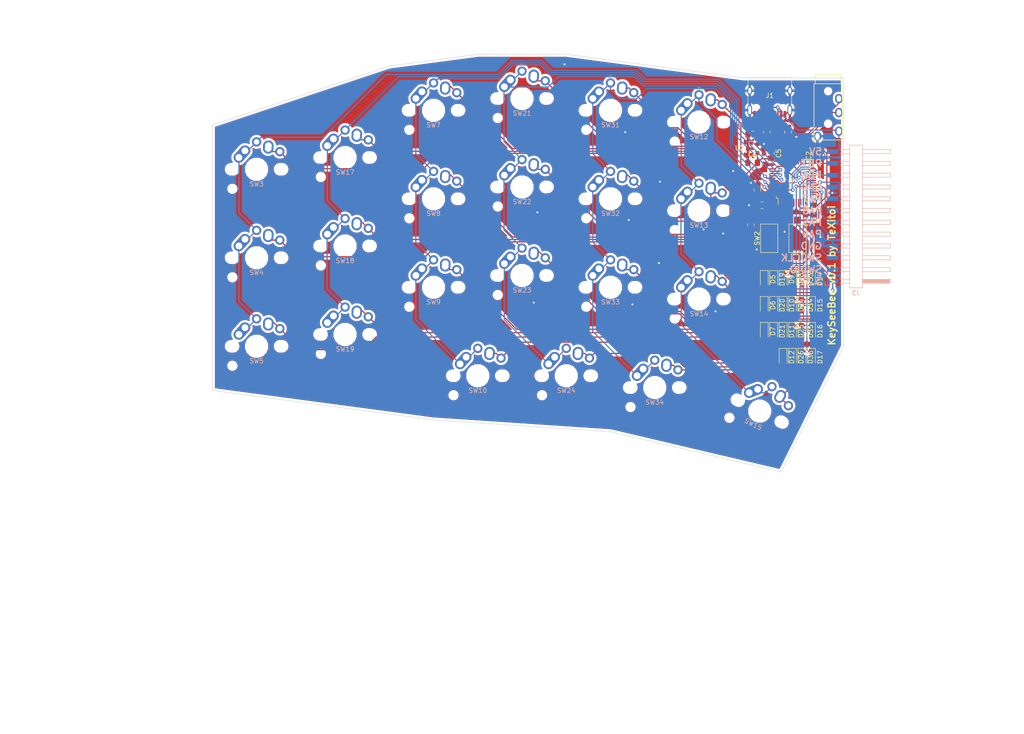
<source format=kicad_pcb>
(kicad_pcb (version 20171130) (host pcbnew 5.0.2+dfsg1-1)
  (layers (0 F.Cu signal) (31 B.Cu signal) (34 B.Paste user) (35 F.Paste user) (36 B.SilkS user) (37 F.SilkS user) (38 B.Mask user) (39 F.Mask user) (44 Edge.Cuts user))
  (net 0 "")
  (net 1 GND)
  (net 2 5V)
  (net 3 "Net-(J1-PadB8)")
  (net 4 "Net-(J1-PadA5)")
  (net 5 D-)
  (net 6 D+)
  (net 7 "Net-(J1-PadA8)")
  (net 8 "Net-(J1-PadB5)")
  (net 9 "Net-(R1-Pad1)")
  (net 10 3.3V)
  (net 11 VBAT)
  (net 12 "Net-(U1-Pad5)")
  (net 13 "Net-(U1-Pad6)")
  (net 14 "Net-(C1-Pad2)")
  (net 15 "Net-(U1-Pad10)")
  (net 16 "Net-(U1-Pad11)")
  (net 17 "Net-(U1-Pad12)")
  (net 18 "Net-(U1-Pad13)")
  (net 19 PA4)
  (net 20 PA5)
  (net 21 PA6)
  (net 22 PA7)
  (net 23 ROW1)
  (net 24 ROW2)
  (net 25 ROW3)
  (net 26 ROW4)
  (net 27 SWDIO)
  (net 28 SWDCLK)
  (net 29 COL1)
  (net 30 COL2)
  (net 31 COL3)
  (net 32 COL4)
  (net 33 PB6)
  (net 34 PB7)
  (net 35 COL5)
  (net 36 COL6)
  (net 37 "Net-(D12-Pad2)")
  (net 38 "Net-(D15-Pad2)")
  (net 39 "Net-(D14-Pad2)")
  (net 40 "Net-(D16-Pad2)")
  (net 41 "Net-(D17-Pad2)")
  (net 42 "Net-(D19-Pad2)")
  (net 43 "Net-(D20-Pad2)")
  (net 44 "Net-(D21-Pad2)")
  (net 45 "Net-(D23-Pad2)")
  (net 46 "Net-(D24-Pad2)")
  (net 47 "Net-(D25-Pad2)")
  (net 48 "Net-(D9-Pad2)")
  (net 49 "Net-(D10-Pad2)")
  (net 50 "Net-(D7-Pad2)")
  (net 51 "Net-(D6-Pad2)")
  (net 52 "Net-(D5-Pad2)")
  (net 53 "Net-(D26-Pad2)")
  (net 54 "Net-(D33-Pad2)")
  (net 55 "Net-(D34-Pad2)")
  (net 56 "Net-(D35-Pad2)")
  (net 57 "Net-(D36-Pad2)")
  (net 58 "Net-(D11-Pad2)")
  (net 59 TX)
  (net 60 RX)
  (net 61 "Net-(U1-Pad2)")
  (net 62 "Net-(U1-Pad3)")
  (net 63 "Net-(U1-Pad4)")
  (net 64 "Net-(U1-Pad22)")
  (net 65 "Net-(U1-Pad25)")
  (net 66 "Net-(U1-Pad26)")
  (net 67 "Net-(U1-Pad27)")
  (net 68 "Net-(U1-Pad28)")
  (net 69 "Net-(U1-Pad29)")
  (module kicad-harwin:Harwin_M20-89012xx_1x12_P2.54mm_Horizontal (layer B.Cu) (at 243.84 76.835)
    (fp_text reference J3 (at -0.48 16.44) (layer B.SilkS) (effects (justify mirror)))
    (fp_text value Conn_01x12_Male)
    (pad "" smd rect (at 3.895 13.97) (size 6 0.76) (layers B.SilkS))
    (pad 12 smd rect (at -5.525 -13.97) (size 2.5 1) (layers B.Cu B.Paste B.Mask) (net 2 5V))
    (pad 11 smd rect (at -5.525 -11.43) (size 2.5 1) (layers B.Cu B.Paste B.Mask) (net 34 PB7))
    (pad 10 smd rect (at -5.525 -8.89) (size 2.5 1) (layers B.Cu B.Paste B.Mask) (net 33 PB6))
    (pad 9 smd rect (at -5.525 -6.35) (size 2.5 1) (layers B.Cu B.Paste B.Mask) (net 1 GND))
    (pad 8 smd rect (at -5.525 -3.81) (size 2.5 1) (layers B.Cu B.Paste B.Mask) (net 22 PA7))
    (pad 7 smd rect (at -5.525 -1.27) (size 2.5 1) (layers B.Cu B.Paste B.Mask) (net 21 PA6))
    (pad 6 smd rect (at -5.525 1.27) (size 2.5 1) (layers B.Cu B.Paste B.Mask) (net 20 PA5))
    (pad 5 smd rect (at -5.525 3.81) (size 2.5 1) (layers B.Cu B.Paste B.Mask) (net 19 PA4))
    (pad 4 smd rect (at -5.525 6.35) (size 2.5 1) (layers B.Cu B.Paste B.Mask) (net 1 GND))
    (pad 3 smd rect (at -5.525 8.89) (size 2.5 1) (layers B.Cu B.Paste B.Mask) (net 28 SWDCLK))
    (pad 2 smd rect (at -5.525 11.43) (size 2.5 1) (layers B.Cu B.Paste B.Mask) (net 27 SWDIO))
    (pad 1 smd rect (at -5.525 13.97) (size 2.5 1) (layers B.Cu B.Paste B.Mask) (net 10 3.3V))
  )
  (module Button_Switch_SMD:SW_SPST_CK_RS282G05A3 (layer F.Cu) (at 230.759 81.534 90)
    (fp_text reference SW1 hide)
    (fp_text value BOOT)
    (pad 2 smd rect (at 3.9 0 90) (size 1.5 1.5) (layers F.Cu F.Paste F.Mask) (net 10 3.3V))
    (pad 1 smd rect (at -3.9 0 90) (size 1.5 1.5) (layers F.Cu F.Paste F.Mask) (net 9 "Net-(R1-Pad1)"))
  )
  (module Button_Switch_SMD:SW_SPST_CK_RS282G05A3 (layer F.Cu) (at 224.663 81.534 90)
    (fp_text reference SW2 (at 0 -2.6 90) (layer F.SilkS))
    (fp_text value RESET)
    (pad 2 smd rect (at 3.9 0 90) (size 1.5 1.5) (layers F.Cu F.Paste F.Mask) (net 14 "Net-(C1-Pad2)"))
    (pad 1 smd rect (at -3.9 0 90) (size 1.5 1.5) (layers F.Cu F.Paste F.Mask) (net 1 GND))
  )
  (module Capacitor_SMD:C_0805_2012Metric_Pad1.15x1.40mm_HandSolder (layer F.Cu) (at 221.107 59.182)
    (fp_text reference C7 hide)
    (fp_text value 1µF)
    (pad 2 smd roundrect (at 1.025 0) (size 1.15 1.4) (layers F.Cu F.Paste F.Mask) (roundrect_rratio 0.217391) (net 2 5V))
    (pad 1 smd roundrect (at -1.025 0) (size 1.15 1.4) (layers F.Cu F.Paste F.Mask) (roundrect_rratio 0.217391) (net 1 GND))
  )
  (module Capacitor_SMD:C_0805_2012Metric_Pad1.15x1.40mm_HandSolder (layer F.Cu) (at 225.044 63.246 270)
    (fp_text reference C5 (at 0 -1.65 270) (layer F.SilkS))
    (fp_text value 100nF)
    (pad 2 smd roundrect (at 1.025 0 270) (size 1.15 1.4) (layers F.Cu F.Paste F.Mask) (roundrect_rratio 0.217391) (net 10 3.3V))
    (pad 1 smd roundrect (at -1.025 0 270) (size 1.15 1.4) (layers F.Cu F.Paste F.Mask) (roundrect_rratio 0.217391) (net 1 GND))
  )
  (module Capacitor_SMD:C_0805_2012Metric_Pad1.15x1.40mm_HandSolder (layer F.Cu) (at 222.123 71.12 270)
    (fp_text reference C4 hide)
    (fp_text value 100nF)
    (pad 2 smd roundrect (at 1.025 0 270) (size 1.15 1.4) (layers F.Cu F.Paste F.Mask) (roundrect_rratio 0.217391) (net 10 3.3V))
    (pad 1 smd roundrect (at -1.025 0 270) (size 1.15 1.4) (layers F.Cu F.Paste F.Mask) (roundrect_rratio 0.217391) (net 1 GND))
  )
  (module Capacitor_SMD:C_0805_2012Metric_Pad1.15x1.40mm_HandSolder (layer F.Cu) (at 234.315 75.438 90)
    (fp_text reference C3 (at 0 -1.65 90) (layer F.SilkS))
    (fp_text value 100nF)
    (pad 2 smd roundrect (at 1.025 0 90) (size 1.15 1.4) (layers F.Cu F.Paste F.Mask) (roundrect_rratio 0.217391) (net 10 3.3V))
    (pad 1 smd roundrect (at -1.025 0 90) (size 1.15 1.4) (layers F.Cu F.Paste F.Mask) (roundrect_rratio 0.217391) (net 1 GND))
  )
  (module Capacitor_SMD:C_0805_2012Metric_Pad1.15x1.40mm_HandSolder (layer F.Cu) (at 221.107 65.278)
    (fp_text reference C6 (at 0 -1.65) (layer F.SilkS))
    (fp_text value 1µF)
    (pad 2 smd roundrect (at 1.025 0) (size 1.15 1.4) (layers F.Cu F.Paste F.Mask) (roundrect_rratio 0.217391) (net 10 3.3V))
    (pad 1 smd roundrect (at -1.025 0) (size 1.15 1.4) (layers F.Cu F.Paste F.Mask) (roundrect_rratio 0.217391) (net 1 GND))
  )
  (module Capacitor_SMD:C_0805_2012Metric_Pad1.15x1.40mm_HandSolder (layer F.Cu) (at 220.726 78.613 90)
    (fp_text reference C1 hide)
    (fp_text value 100nF)
    (pad 2 smd roundrect (at 1.025 0 90) (size 1.15 1.4) (layers F.Cu F.Paste F.Mask) (roundrect_rratio 0.217391) (net 14 "Net-(C1-Pad2)"))
    (pad 1 smd roundrect (at -1.025 0 90) (size 1.15 1.4) (layers F.Cu F.Paste F.Mask) (roundrect_rratio 0.217391) (net 1 GND))
  )
  (module Capacitor_SMD:C_0805_2012Metric_Pad1.15x1.40mm_HandSolder (layer F.Cu) (at 234.823 63.754 90)
    (fp_text reference C2 (at 0 -1.65 90) (layer F.SilkS))
    (fp_text value 100nF)
    (pad 2 smd roundrect (at 1.025 0 90) (size 1.15 1.4) (layers F.Cu F.Paste F.Mask) (roundrect_rratio 0.217391) (net 10 3.3V))
    (pad 1 smd roundrect (at -1.025 0 90) (size 1.15 1.4) (layers F.Cu F.Paste F.Mask) (roundrect_rratio 0.217391) (net 1 GND))
  )
  (module Diode_SMD:D_SOD-323_HandSoldering (layer F.Cu) (at 233.75944 101.544927 270)
    (fp_text reference D16 (at 0 -1.85 270) (layer F.SilkS))
    (fp_text value D3.6)
    (pad 2 smd rect (at 1.25 0 270) (size 1 1) (layers F.Cu F.Paste F.Mask) (net 40 "Net-(D16-Pad2)"))
    (pad 1 smd rect (at -1.25 0 270) (size 1 1) (layers F.Cu F.Paste F.Mask) (net 25 ROW3))
  )
  (module Diode_SMD:D_SOD-323_HandSoldering (layer F.Cu) (at 233.75944 90.368927 270)
    (fp_text reference D14 (at 0 -1.85 270) (layer F.SilkS))
    (fp_text value D1.6)
    (pad 2 smd rect (at 1.25 0 270) (size 1 1) (layers F.Cu F.Paste F.Mask) (net 39 "Net-(D14-Pad2)"))
    (pad 1 smd rect (at -1.25 0 270) (size 1 1) (layers F.Cu F.Paste F.Mask) (net 23 ROW1))
  )
  (module Diode_SMD:D_SOD-323_HandSoldering (layer F.Cu) (at 227.66344 107.132927 270)
    (fp_text reference D12 (at 0 -1.85 270) (layer F.SilkS))
    (fp_text value D4.3)
    (pad 2 smd rect (at 1.25 0 270) (size 1 1) (layers F.Cu F.Paste F.Mask) (net 37 "Net-(D12-Pad2)"))
    (pad 1 smd rect (at -1.25 0 270) (size 1 1) (layers F.Cu F.Paste F.Mask) (net 26 ROW4))
  )
  (module Diode_SMD:D_SOD-323_HandSoldering (layer F.Cu) (at 227.66344 101.544927 270)
    (fp_text reference D11 (at 0 -1.85 270) (layer F.SilkS))
    (fp_text value D3.3)
    (pad 2 smd rect (at 1.25 0 270) (size 1 1) (layers F.Cu F.Paste F.Mask) (net 58 "Net-(D11-Pad2)"))
    (pad 1 smd rect (at -1.25 0 270) (size 1 1) (layers F.Cu F.Paste F.Mask) (net 25 ROW3))
  )
  (module Diode_SMD:D_SOD-323_HandSoldering (layer F.Cu) (at 227.66344 95.956927 270)
    (fp_text reference D10 (at 0 -1.85 270) (layer F.SilkS))
    (fp_text value D2.3)
    (pad 2 smd rect (at 1.25 0 270) (size 1 1) (layers F.Cu F.Paste F.Mask) (net 49 "Net-(D10-Pad2)"))
    (pad 1 smd rect (at -1.25 0 270) (size 1 1) (layers F.Cu F.Paste F.Mask) (net 24 ROW2))
  )
  (module Diode_SMD:D_SOD-323_HandSoldering (layer F.Cu) (at 227.66344 90.368927 270)
    (fp_text reference D9 (at 0 -1.85 270) (layer F.SilkS))
    (fp_text value D1.3)
    (pad 2 smd rect (at 1.25 0 270) (size 1 1) (layers F.Cu F.Paste F.Mask) (net 48 "Net-(D9-Pad2)"))
    (pad 1 smd rect (at -1.25 0 270) (size 1 1) (layers F.Cu F.Paste F.Mask) (net 23 ROW1))
  )
  (module Diode_SMD:D_SOD-323_HandSoldering (layer F.Cu) (at 223.59944 101.544927 270)
    (fp_text reference D7 (at 0 -1.85 270) (layer F.SilkS))
    (fp_text value D3.1)
    (pad 2 smd rect (at 1.25 0 270) (size 1 1) (layers F.Cu F.Paste F.Mask) (net 50 "Net-(D7-Pad2)"))
    (pad 1 smd rect (at -1.25 0 270) (size 1 1) (layers F.Cu F.Paste F.Mask) (net 25 ROW3))
  )
  (module Diode_SMD:D_SOD-323_HandSoldering (layer F.Cu) (at 223.59944 95.956927 270)
    (fp_text reference D6 (at 0 -1.85 270) (layer F.SilkS))
    (fp_text value D2.1)
    (pad 2 smd rect (at 1.25 0 270) (size 1 1) (layers F.Cu F.Paste F.Mask) (net 51 "Net-(D6-Pad2)"))
    (pad 1 smd rect (at -1.25 0 270) (size 1 1) (layers F.Cu F.Paste F.Mask) (net 24 ROW2))
  )
  (module Diode_SMD:D_SOD-323_HandSoldering (layer F.Cu) (at 223.59944 90.368927 270)
    (fp_text reference D5 (at 0 -1.85 270) (layer F.SilkS))
    (fp_text value D1.1)
    (pad 2 smd rect (at 1.25 0 270) (size 1 1) (layers F.Cu F.Paste F.Mask) (net 52 "Net-(D5-Pad2)"))
    (pad 1 smd rect (at -1.25 0 270) (size 1 1) (layers F.Cu F.Paste F.Mask) (net 23 ROW1))
  )
  (module Diode_SMD:D_SOD-323_HandSoldering (layer F.Cu) (at 231.72744 107.132927 270)
    (fp_text reference D36 (at 0 -1.85 270) (layer F.SilkS))
    (fp_text value D4.5)
    (pad 2 smd rect (at 1.25 0 270) (size 1 1) (layers F.Cu F.Paste F.Mask) (net 57 "Net-(D36-Pad2)"))
    (pad 1 smd rect (at -1.25 0 270) (size 1 1) (layers F.Cu F.Paste F.Mask) (net 26 ROW4))
  )
  (module Diode_SMD:D_SOD-323_HandSoldering (layer F.Cu) (at 233.75944 95.956927 270)
    (fp_text reference D15 (at 0 -1.85 270) (layer F.SilkS))
    (fp_text value D2.6)
    (pad 2 smd rect (at 1.25 0 270) (size 1 1) (layers F.Cu F.Paste F.Mask) (net 38 "Net-(D15-Pad2)"))
    (pad 1 smd rect (at -1.25 0 270) (size 1 1) (layers F.Cu F.Paste F.Mask) (net 24 ROW2))
  )
  (module Diode_SMD:D_SOD-323_HandSoldering (layer F.Cu) (at 231.72744 101.544927 270)
    (fp_text reference D35 (at 0 -1.85 270) (layer F.SilkS))
    (fp_text value D3.5)
    (pad 2 smd rect (at 1.25 0 270) (size 1 1) (layers F.Cu F.Paste F.Mask) (net 56 "Net-(D35-Pad2)"))
    (pad 1 smd rect (at -1.25 0 270) (size 1 1) (layers F.Cu F.Paste F.Mask) (net 25 ROW3))
  )
  (module Diode_SMD:D_SOD-323_HandSoldering (layer F.Cu) (at 231.72744 95.956927 270)
    (fp_text reference D34 (at 0 -1.85 270) (layer F.SilkS))
    (fp_text value D2.5)
    (pad 2 smd rect (at 1.25 0 270) (size 1 1) (layers F.Cu F.Paste F.Mask) (net 55 "Net-(D34-Pad2)"))
    (pad 1 smd rect (at -1.25 0 270) (size 1 1) (layers F.Cu F.Paste F.Mask) (net 24 ROW2))
  )
  (module Diode_SMD:D_SOD-323_HandSoldering (layer F.Cu) (at 231.72744 90.368927 270)
    (fp_text reference D33 (at 0 -1.85 270) (layer F.SilkS))
    (fp_text value D1.5)
    (pad 2 smd rect (at 1.25 0 270) (size 1 1) (layers F.Cu F.Paste F.Mask) (net 54 "Net-(D33-Pad2)"))
    (pad 1 smd rect (at -1.25 0 270) (size 1 1) (layers F.Cu F.Paste F.Mask) (net 23 ROW1))
  )
  (module Diode_SMD:D_SOD-323_HandSoldering (layer F.Cu) (at 229.69544 107.132927 270)
    (fp_text reference D26 (at 0 -1.85 270) (layer F.SilkS))
    (fp_text value D4.4)
    (pad 2 smd rect (at 1.25 0 270) (size 1 1) (layers F.Cu F.Paste F.Mask) (net 53 "Net-(D26-Pad2)"))
    (pad 1 smd rect (at -1.25 0 270) (size 1 1) (layers F.Cu F.Paste F.Mask) (net 26 ROW4))
  )
  (module Diode_SMD:D_SOD-323_HandSoldering (layer F.Cu) (at 229.69544 101.544927 270)
    (fp_text reference D25 (at 0 -1.85 270) (layer F.SilkS))
    (fp_text value D3.4)
    (pad 2 smd rect (at 1.25 0 270) (size 1 1) (layers F.Cu F.Paste F.Mask) (net 47 "Net-(D25-Pad2)"))
    (pad 1 smd rect (at -1.25 0 270) (size 1 1) (layers F.Cu F.Paste F.Mask) (net 25 ROW3))
  )
  (module Diode_SMD:D_SOD-323_HandSoldering (layer F.Cu) (at 229.69544 95.956927 270)
    (fp_text reference D24 (at 0 -1.85 270) (layer F.SilkS))
    (fp_text value D2.4)
    (pad 2 smd rect (at 1.25 0 270) (size 1 1) (layers F.Cu F.Paste F.Mask) (net 46 "Net-(D24-Pad2)"))
    (pad 1 smd rect (at -1.25 0 270) (size 1 1) (layers F.Cu F.Paste F.Mask) (net 24 ROW2))
  )
  (module Diode_SMD:D_SOD-323_HandSoldering (layer F.Cu) (at 229.69544 90.368927 270)
    (fp_text reference D23 (at 0 -1.85 270) (layer F.SilkS))
    (fp_text value D1.4)
    (pad 2 smd rect (at 1.25 0 270) (size 1 1) (layers F.Cu F.Paste F.Mask) (net 45 "Net-(D23-Pad2)"))
    (pad 1 smd rect (at -1.25 0 270) (size 1 1) (layers F.Cu F.Paste F.Mask) (net 23 ROW1))
  )
  (module Diode_SMD:D_SOD-323_HandSoldering (layer F.Cu) (at 225.63144 101.544927 270)
    (fp_text reference D21 (at 0 -1.85 270) (layer F.SilkS))
    (fp_text value D3.2)
    (pad 2 smd rect (at 1.25 0 270) (size 1 1) (layers F.Cu F.Paste F.Mask) (net 44 "Net-(D21-Pad2)"))
    (pad 1 smd rect (at -1.25 0 270) (size 1 1) (layers F.Cu F.Paste F.Mask) (net 25 ROW3))
  )
  (module Diode_SMD:D_SOD-323_HandSoldering (layer F.Cu) (at 225.63144 95.956927 270)
    (fp_text reference D20 (at 0 -1.85 270) (layer F.SilkS))
    (fp_text value D2.2)
    (pad 2 smd rect (at 1.25 0 270) (size 1 1) (layers F.Cu F.Paste F.Mask) (net 43 "Net-(D20-Pad2)"))
    (pad 1 smd rect (at -1.25 0 270) (size 1 1) (layers F.Cu F.Paste F.Mask) (net 24 ROW2))
  )
  (module Diode_SMD:D_SOD-323_HandSoldering (layer F.Cu) (at 225.63144 90.368927 270)
    (fp_text reference D19 (at 0 -1.85 270) (layer F.SilkS))
    (fp_text value D1.2)
    (pad 2 smd rect (at 1.25 0 270) (size 1 1) (layers F.Cu F.Paste F.Mask) (net 42 "Net-(D19-Pad2)"))
    (pad 1 smd rect (at -1.25 0 270) (size 1 1) (layers F.Cu F.Paste F.Mask) (net 23 ROW1))
  )
  (module Diode_SMD:D_SOD-323_HandSoldering (layer F.Cu) (at 233.75944 107.132927 270)
    (fp_text reference D17 (at 0 -1.85 270) (layer F.SilkS))
    (fp_text value D4.6)
    (pad 2 smd rect (at 1.25 0 270) (size 1 1) (layers F.Cu F.Paste F.Mask) (net 41 "Net-(D17-Pad2)"))
    (pad 1 smd rect (at -1.25 0 270) (size 1 1) (layers F.Cu F.Paste F.Mask) (net 26 ROW4))
  )
  (module Package_QFP:LQFP-48_7x7mm_P0.5mm (layer F.Cu) (at 229.743 69.342 90)
    (fp_text reference U1 (at 0 0 180) (layer F.SilkS))
    (fp_text value STM32)
    (pad 48 smd rect (at -2.75 -4.35 180) (size 1.3 0.25) (layers F.Cu F.Paste F.Mask) (net 10 3.3V))
    (pad 47 smd rect (at -2.25 -4.35 180) (size 1.3 0.25) (layers F.Cu F.Paste F.Mask) (net 1 GND))
    (pad 46 smd rect (at -1.75 -4.35 180) (size 1.3 0.25) (layers F.Cu F.Paste F.Mask) (net 36 COL6))
    (pad 45 smd rect (at -1.25 -4.35 180) (size 1.3 0.25) (layers F.Cu F.Paste F.Mask) (net 35 COL5))
    (pad 44 smd rect (at -0.75 -4.35 180) (size 1.3 0.25) (layers F.Cu F.Paste F.Mask) (net 9 "Net-(R1-Pad1)"))
    (pad 43 smd rect (at -0.25 -4.35 180) (size 1.3 0.25) (layers F.Cu F.Paste F.Mask) (net 34 PB7))
    (pad 42 smd rect (at 0.25 -4.35 180) (size 1.3 0.25) (layers F.Cu F.Paste F.Mask) (net 33 PB6))
    (pad 41 smd rect (at 0.75 -4.35 180) (size 1.3 0.25) (layers F.Cu F.Paste F.Mask) (net 32 COL4))
    (pad 40 smd rect (at 1.25 -4.35 180) (size 1.3 0.25) (layers F.Cu F.Paste F.Mask) (net 31 COL3))
    (pad 39 smd rect (at 1.75 -4.35 180) (size 1.3 0.25) (layers F.Cu F.Paste F.Mask) (net 30 COL2))
    (pad 38 smd rect (at 2.25 -4.35 180) (size 1.3 0.25) (layers F.Cu F.Paste F.Mask) (net 29 COL1))
    (pad 37 smd rect (at 2.75 -4.35 180) (size 1.3 0.25) (layers F.Cu F.Paste F.Mask) (net 28 SWDCLK))
    (pad 36 smd rect (at 4.35 -2.75 90) (size 1.3 0.25) (layers F.Cu F.Paste F.Mask) (net 10 3.3V))
    (pad 35 smd rect (at 4.35 -2.25 90) (size 1.3 0.25) (layers F.Cu F.Paste F.Mask) (net 1 GND))
    (pad 34 smd rect (at 4.35 -1.75 90) (size 1.3 0.25) (layers F.Cu F.Paste F.Mask) (net 27 SWDIO))
    (pad 33 smd rect (at 4.35 -1.25 90) (size 1.3 0.25) (layers F.Cu F.Paste F.Mask) (net 6 D+))
    (pad 32 smd rect (at 4.35 -0.75 90) (size 1.3 0.25) (layers F.Cu F.Paste F.Mask) (net 5 D-))
    (pad 31 smd rect (at 4.35 -0.25 90) (size 1.3 0.25) (layers F.Cu F.Paste F.Mask) (net 60 RX))
    (pad 30 smd rect (at 4.35 0.25 90) (size 1.3 0.25) (layers F.Cu F.Paste F.Mask) (net 59 TX))
    (pad 29 smd rect (at 4.35 0.75 90) (size 1.3 0.25) (layers F.Cu F.Paste F.Mask) (net 69 "Net-(U1-Pad29)"))
    (pad 28 smd rect (at 4.35 1.25 90) (size 1.3 0.25) (layers F.Cu F.Paste F.Mask) (net 68 "Net-(U1-Pad28)"))
    (pad 27 smd rect (at 4.35 1.75 90) (size 1.3 0.25) (layers F.Cu F.Paste F.Mask) (net 67 "Net-(U1-Pad27)"))
    (pad 26 smd rect (at 4.35 2.25 90) (size 1.3 0.25) (layers F.Cu F.Paste F.Mask) (net 66 "Net-(U1-Pad26)"))
    (pad 25 smd rect (at 4.35 2.75 90) (size 1.3 0.25) (layers F.Cu F.Paste F.Mask) (net 65 "Net-(U1-Pad25)"))
    (pad 24 smd rect (at 2.75 4.35 180) (size 1.3 0.25) (layers F.Cu F.Paste F.Mask) (net 10 3.3V))
    (pad 23 smd rect (at 2.25 4.35 180) (size 1.3 0.25) (layers F.Cu F.Paste F.Mask) (net 1 GND))
    (pad 22 smd rect (at 1.75 4.35 180) (size 1.3 0.25) (layers F.Cu F.Paste F.Mask) (net 64 "Net-(U1-Pad22)"))
    (pad 21 smd rect (at 1.25 4.35 180) (size 1.3 0.25) (layers F.Cu F.Paste F.Mask) (net 26 ROW4))
    (pad 20 smd rect (at 0.75 4.35 180) (size 1.3 0.25) (layers F.Cu F.Paste F.Mask) (net 25 ROW3))
    (pad 19 smd rect (at 0.25 4.35 180) (size 1.3 0.25) (layers F.Cu F.Paste F.Mask) (net 24 ROW2))
    (pad 18 smd rect (at -0.25 4.35 180) (size 1.3 0.25) (layers F.Cu F.Paste F.Mask) (net 23 ROW1))
    (pad 17 smd rect (at -0.75 4.35 180) (size 1.3 0.25) (layers F.Cu F.Paste F.Mask) (net 22 PA7))
    (pad 16 smd rect (at -1.25 4.35 180) (size 1.3 0.25) (layers F.Cu F.Paste F.Mask) (net 21 PA6))
    (pad 15 smd rect (at -1.75 4.35 180) (size 1.3 0.25) (layers F.Cu F.Paste F.Mask) (net 20 PA5))
    (pad 14 smd rect (at -2.25 4.35 180) (size 1.3 0.25) (layers F.Cu F.Paste F.Mask) (net 19 PA4))
    (pad 13 smd rect (at -2.75 4.35 180) (size 1.3 0.25) (layers F.Cu F.Paste F.Mask) (net 18 "Net-(U1-Pad13)"))
    (pad 12 smd rect (at -4.35 2.75 90) (size 1.3 0.25) (layers F.Cu F.Paste F.Mask) (net 17 "Net-(U1-Pad12)"))
    (pad 11 smd rect (at -4.35 2.25 90) (size 1.3 0.25) (layers F.Cu F.Paste F.Mask) (net 16 "Net-(U1-Pad11)"))
    (pad 10 smd rect (at -4.35 1.75 90) (size 1.3 0.25) (layers F.Cu F.Paste F.Mask) (net 15 "Net-(U1-Pad10)"))
    (pad 9 smd rect (at -4.35 1.25 90) (size 1.3 0.25) (layers F.Cu F.Paste F.Mask) (net 10 3.3V))
    (pad 8 smd rect (at -4.35 0.75 90) (size 1.3 0.25) (layers F.Cu F.Paste F.Mask) (net 1 GND))
    (pad 7 smd rect (at -4.35 0.25 90) (size 1.3 0.25) (layers F.Cu F.Paste F.Mask) (net 14 "Net-(C1-Pad2)"))
    (pad 6 smd rect (at -4.35 -0.25 90) (size 1.3 0.25) (layers F.Cu F.Paste F.Mask) (net 13 "Net-(U1-Pad6)"))
    (pad 5 smd rect (at -4.35 -0.75 90) (size 1.3 0.25) (layers F.Cu F.Paste F.Mask) (net 12 "Net-(U1-Pad5)"))
    (pad 4 smd rect (at -4.35 -1.25 90) (size 1.3 0.25) (layers F.Cu F.Paste F.Mask) (net 63 "Net-(U1-Pad4)"))
    (pad 3 smd rect (at -4.35 -1.75 90) (size 1.3 0.25) (layers F.Cu F.Paste F.Mask) (net 62 "Net-(U1-Pad3)"))
    (pad 2 smd rect (at -4.35 -2.25 90) (size 1.3 0.25) (layers F.Cu F.Paste F.Mask) (net 61 "Net-(U1-Pad2)"))
    (pad 1 smd rect (at -4.35 -2.75 90) (size 1.3 0.25) (layers F.Cu F.Paste F.Mask) (net 11 VBAT))
  )
  (module Package_TO_SOT_SMD:SOT-23 (layer F.Cu) (at 221.107 62.23 180)
    (fp_text reference U2 (at 2.794 0.127 180) (layer F.SilkS))
    (fp_text value LDO)
    (pad 3 smd rect (at 1 0 180) (size 0.9 0.8) (layers F.Cu F.Paste F.Mask) (net 1 GND))
    (pad 2 smd rect (at -1 0.95 180) (size 0.9 0.8) (layers F.Cu F.Paste F.Mask) (net 2 5V))
    (pad 1 smd rect (at -1 -0.95 180) (size 0.9 0.8) (layers F.Cu F.Paste F.Mask) (net 10 3.3V))
  )
  (module Resistor_SMD:R_0805_2012Metric_Pad1.15x1.40mm_HandSolder (layer F.Cu) (at 223.13 74.422 180)
    (fp_text reference R1 hide)
    (fp_text value 5.1k)
    (pad 2 smd roundrect (at 1.025 0 180) (size 1.15 1.4) (layers F.Cu F.Paste F.Mask) (roundrect_rratio 0.217391) (net 1 GND))
    (pad 1 smd roundrect (at -1.025 0 180) (size 1.15 1.4) (layers F.Cu F.Paste F.Mask) (roundrect_rratio 0.217391) (net 9 "Net-(R1-Pad1)"))
  )
  (module Resistor_SMD:R_0805_2012Metric_Pad1.15x1.40mm_HandSolder (layer F.Cu) (at 224.155 58.674 270)
    (fp_text reference R6 hide)
    (fp_text value 5.1k)
    (pad 2 smd roundrect (at 1.025 0 270) (size 1.15 1.4) (layers F.Cu F.Paste F.Mask) (roundrect_rratio 0.217391) (net 1 GND))
    (pad 1 smd roundrect (at -1.025 0 270) (size 1.15 1.4) (layers F.Cu F.Paste F.Mask) (roundrect_rratio 0.217391) (net 8 "Net-(J1-PadB5)"))
  )
  (module Resistor_SMD:R_0805_2012Metric_Pad1.15x1.40mm_HandSolder (layer F.Cu) (at 228.727 58.674 270)
    (fp_text reference R7 hide)
    (fp_text value 5.1k)
    (pad 2 smd roundrect (at 1.025 0 270) (size 1.15 1.4) (layers F.Cu F.Paste F.Mask) (roundrect_rratio 0.217391) (net 1 GND))
    (pad 1 smd roundrect (at -1.025 0 270) (size 1.15 1.4) (layers F.Cu F.Paste F.Mask) (roundrect_rratio 0.217391) (net 4 "Net-(J1-PadA5)"))
  )
  (module Keebio:MX-Alps-Choc-1U-NoLED (layer F.Cu) (at 152.4 53.975)
    (fp_text reference SW7 (at 0 3.175) (layer B.SilkS))
    (fp_text value SW_Push)
    (pad "" np_thru_hole circle (at -5.22 4.2 48.1) (size 1.2 1.2) (drill 1.2) (layers *.Cu *.Mask))
    (pad "" np_thru_hole circle (at 5.5 0 48.1) (size 1.7 1.7) (drill 1.7) (layers *.Cu *.Mask))
    (pad "" np_thru_hole circle (at -5.5 0 48.1) (size 1.7 1.7) (drill 1.7) (layers *.Cu *.Mask))
    (pad 2 thru_hole circle (at 0 -5.9) (size 2 2) (drill 1.2) (layers *.Cu *.Mask) (net 31 COL3))
    (pad 1 thru_hole circle (at 5 -3.8) (size 2 2) (drill 1.2) (layers *.Cu *.Mask) (net 48 "Net-(D9-Pad2)"))
    (pad "" np_thru_hole circle (at 5.08 0 48.0996) (size 1.75 1.75) (drill 1.75) (layers *.Cu *.Mask))
    (pad "" np_thru_hole circle (at -5.08 0 48.0996) (size 1.75 1.75) (drill 1.75) (layers *.Cu *.Mask))
    (pad 2 thru_hole circle (at -2.5 -4) (size 2.25 2.25) (drill 1.47) (layers *.Cu *.Mask) (net 31 COL3))
    (pad "" np_thru_hole circle (at 0 0) (size 3.9878 3.9878) (drill 3.9878) (layers *.Cu *.Mask))
    (pad 2 thru_hole oval (at -3.81 -2.54 48.1) (size 4.211556 2.25) (drill 1.47 (offset 0.980778 0)) (layers *.Cu *.Mask) (net 31 COL3))
    (pad 1 thru_hole circle (at 2.54 -5.08) (size 2.25 2.25) (drill 1.47) (layers *.Cu *.Mask) (net 48 "Net-(D9-Pad2)"))
    (pad 1 thru_hole oval (at 2.5 -4.5 86.1) (size 2.831378 2.25) (drill 1.47 (offset 0.290689 0)) (layers *.Cu *.Mask) (net 48 "Net-(D9-Pad2)"))
  )
  (module Keebio:TRRS-PJ-320A-no-Fmask (layer F.Cu) (at 237.363 48.26)
    (fp_text reference J2)
    (fp_text value AudioJack4)
    (pad 1 thru_hole oval (at -2.3 11.3) (size 1 1.4) (drill oval 0.9 1.3) (layers *.Cu F.Mask) (net 1 GND))
    (pad 2 thru_hole oval (at 2.3 10.2) (size 1 1.4) (drill oval 0.9 1.3) (layers *.Cu F.Mask) (net 2 5V))
    (pad 3 thru_hole oval (at 2.3 6.2) (size 1 1.4) (drill oval 0.9 1.3) (layers *.Cu F.Mask) (net 59 TX))
    (pad 4 thru_hole oval (at 2.3 3.2) (size 1 1.4) (drill oval 0.9 1.3) (layers *.Cu F.Mask) (net 60 RX))
    (pad 3 thru_hole oval (at 2.3 6.2) (size 1.6 2) (drill oval 0.9 1.3) (layers *.Cu B.Mask) (net 59 TX))
    (pad "" np_thru_hole circle (at 0 1.6) (size 0.8 0.8) (drill 0.8) (layers *.Cu *.Mask))
    (pad "" np_thru_hole circle (at 0 8.6) (size 0.8 0.8) (drill 0.8) (layers *.Cu *.Mask))
    (pad 4 thru_hole oval (at 2.3 3.2) (size 1.6 2) (drill oval 0.9 1.3) (layers *.Cu B.Mask) (net 60 RX))
    (pad 2 thru_hole oval (at 2.3 10.2) (size 1.6 2) (drill oval 0.9 1.3) (layers *.Cu B.Mask) (net 2 5V))
    (pad 1 thru_hole oval (at -2.3 11.3) (size 1.6 2) (drill oval 0.9 1.3) (layers *.Cu B.Mask) (net 1 GND))
  )
  (module Keebio:MX-Alps-Choc-1U-NoLED (layer F.Cu) (at 152.4 92.075)
    (fp_text reference SW9 (at 0 3.175) (layer B.SilkS))
    (fp_text value SW_Push)
    (pad "" np_thru_hole circle (at -5.22 4.2 48.1) (size 1.2 1.2) (drill 1.2) (layers *.Cu *.Mask))
    (pad "" np_thru_hole circle (at 5.5 0 48.1) (size 1.7 1.7) (drill 1.7) (layers *.Cu *.Mask))
    (pad "" np_thru_hole circle (at -5.5 0 48.1) (size 1.7 1.7) (drill 1.7) (layers *.Cu *.Mask))
    (pad 2 thru_hole circle (at 0 -5.9) (size 2 2) (drill 1.2) (layers *.Cu *.Mask) (net 31 COL3))
    (pad 1 thru_hole circle (at 5 -3.8) (size 2 2) (drill 1.2) (layers *.Cu *.Mask) (net 58 "Net-(D11-Pad2)"))
    (pad "" np_thru_hole circle (at 5.08 0 48.0996) (size 1.75 1.75) (drill 1.75) (layers *.Cu *.Mask))
    (pad "" np_thru_hole circle (at -5.08 0 48.0996) (size 1.75 1.75) (drill 1.75) (layers *.Cu *.Mask))
    (pad 2 thru_hole circle (at -2.5 -4) (size 2.25 2.25) (drill 1.47) (layers *.Cu *.Mask) (net 31 COL3))
    (pad "" np_thru_hole circle (at 0 0) (size 3.9878 3.9878) (drill 3.9878) (layers *.Cu *.Mask))
    (pad 2 thru_hole oval (at -3.81 -2.54 48.1) (size 4.211556 2.25) (drill 1.47 (offset 0.980778 0)) (layers *.Cu *.Mask) (net 31 COL3))
    (pad 1 thru_hole circle (at 2.54 -5.08) (size 2.25 2.25) (drill 1.47) (layers *.Cu *.Mask) (net 58 "Net-(D11-Pad2)"))
    (pad 1 thru_hole oval (at 2.5 -4.5 86.1) (size 2.831378 2.25) (drill 1.47 (offset 0.290689 0)) (layers *.Cu *.Mask) (net 58 "Net-(D11-Pad2)"))
  )
  (module Keebio:MX-Alps-Choc-1U-NoLED (layer F.Cu) (at 200.025 113.665)
    (fp_text reference SW34 (at 0 3.175) (layer B.SilkS))
    (fp_text value SW_Push)
    (pad "" np_thru_hole circle (at -5.22 4.2 48.1) (size 1.2 1.2) (drill 1.2) (layers *.Cu *.Mask))
    (pad "" np_thru_hole circle (at 5.5 0 48.1) (size 1.7 1.7) (drill 1.7) (layers *.Cu *.Mask))
    (pad "" np_thru_hole circle (at -5.5 0 48.1) (size 1.7 1.7) (drill 1.7) (layers *.Cu *.Mask))
    (pad 2 thru_hole circle (at 0 -5.9) (size 2 2) (drill 1.2) (layers *.Cu *.Mask) (net 35 COL5))
    (pad 1 thru_hole circle (at 5 -3.8) (size 2 2) (drill 1.2) (layers *.Cu *.Mask) (net 57 "Net-(D36-Pad2)"))
    (pad "" np_thru_hole circle (at 5.08 0 48.0996) (size 1.75 1.75) (drill 1.75) (layers *.Cu *.Mask))
    (pad "" np_thru_hole circle (at -5.08 0 48.0996) (size 1.75 1.75) (drill 1.75) (layers *.Cu *.Mask))
    (pad 2 thru_hole circle (at -2.5 -4) (size 2.25 2.25) (drill 1.47) (layers *.Cu *.Mask) (net 35 COL5))
    (pad "" np_thru_hole circle (at 0 0) (size 3.9878 3.9878) (drill 3.9878) (layers *.Cu *.Mask))
    (pad 2 thru_hole oval (at -3.81 -2.54 48.1) (size 4.211556 2.25) (drill 1.47 (offset 0.980778 0)) (layers *.Cu *.Mask) (net 35 COL5))
    (pad 1 thru_hole circle (at 2.54 -5.08) (size 2.25 2.25) (drill 1.47) (layers *.Cu *.Mask) (net 57 "Net-(D36-Pad2)"))
    (pad 1 thru_hole oval (at 2.5 -4.5 86.1) (size 2.831378 2.25) (drill 1.47 (offset 0.290689 0)) (layers *.Cu *.Mask) (net 57 "Net-(D36-Pad2)"))
  )
  (module Keebio:MX-Alps-Choc-1U-NoLED (layer F.Cu) (at 190.5 92.075)
    (fp_text reference SW33 (at 0 3.175) (layer B.SilkS))
    (fp_text value SW_Push)
    (pad "" np_thru_hole circle (at -5.22 4.2 48.1) (size 1.2 1.2) (drill 1.2) (layers *.Cu *.Mask))
    (pad "" np_thru_hole circle (at 5.5 0 48.1) (size 1.7 1.7) (drill 1.7) (layers *.Cu *.Mask))
    (pad "" np_thru_hole circle (at -5.5 0 48.1) (size 1.7 1.7) (drill 1.7) (layers *.Cu *.Mask))
    (pad 2 thru_hole circle (at 0 -5.9) (size 2 2) (drill 1.2) (layers *.Cu *.Mask) (net 35 COL5))
    (pad 1 thru_hole circle (at 5 -3.8) (size 2 2) (drill 1.2) (layers *.Cu *.Mask) (net 56 "Net-(D35-Pad2)"))
    (pad "" np_thru_hole circle (at 5.08 0 48.0996) (size 1.75 1.75) (drill 1.75) (layers *.Cu *.Mask))
    (pad "" np_thru_hole circle (at -5.08 0 48.0996) (size 1.75 1.75) (drill 1.75) (layers *.Cu *.Mask))
    (pad 2 thru_hole circle (at -2.5 -4) (size 2.25 2.25) (drill 1.47) (layers *.Cu *.Mask) (net 35 COL5))
    (pad "" np_thru_hole circle (at 0 0) (size 3.9878 3.9878) (drill 3.9878) (layers *.Cu *.Mask))
    (pad 2 thru_hole oval (at -3.81 -2.54 48.1) (size 4.211556 2.25) (drill 1.47 (offset 0.980778 0)) (layers *.Cu *.Mask) (net 35 COL5))
    (pad 1 thru_hole circle (at 2.54 -5.08) (size 2.25 2.25) (drill 1.47) (layers *.Cu *.Mask) (net 56 "Net-(D35-Pad2)"))
    (pad 1 thru_hole oval (at 2.5 -4.5 86.1) (size 2.831378 2.25) (drill 1.47 (offset 0.290689 0)) (layers *.Cu *.Mask) (net 56 "Net-(D35-Pad2)"))
  )
  (module Keebio:MX-Alps-Choc-1U-NoLED (layer F.Cu) (at 190.5 73.025)
    (fp_text reference SW32 (at 0 3.175) (layer B.SilkS))
    (fp_text value SW_Push)
    (pad "" np_thru_hole circle (at -5.22 4.2 48.1) (size 1.2 1.2) (drill 1.2) (layers *.Cu *.Mask))
    (pad "" np_thru_hole circle (at 5.5 0 48.1) (size 1.7 1.7) (drill 1.7) (layers *.Cu *.Mask))
    (pad "" np_thru_hole circle (at -5.5 0 48.1) (size 1.7 1.7) (drill 1.7) (layers *.Cu *.Mask))
    (pad 2 thru_hole circle (at 0 -5.9) (size 2 2) (drill 1.2) (layers *.Cu *.Mask) (net 35 COL5))
    (pad 1 thru_hole circle (at 5 -3.8) (size 2 2) (drill 1.2) (layers *.Cu *.Mask) (net 55 "Net-(D34-Pad2)"))
    (pad "" np_thru_hole circle (at 5.08 0 48.0996) (size 1.75 1.75) (drill 1.75) (layers *.Cu *.Mask))
    (pad "" np_thru_hole circle (at -5.08 0 48.0996) (size 1.75 1.75) (drill 1.75) (layers *.Cu *.Mask))
    (pad 2 thru_hole circle (at -2.5 -4) (size 2.25 2.25) (drill 1.47) (layers *.Cu *.Mask) (net 35 COL5))
    (pad "" np_thru_hole circle (at 0 0) (size 3.9878 3.9878) (drill 3.9878) (layers *.Cu *.Mask))
    (pad 2 thru_hole oval (at -3.81 -2.54 48.1) (size 4.211556 2.25) (drill 1.47 (offset 0.980778 0)) (layers *.Cu *.Mask) (net 35 COL5))
    (pad 1 thru_hole circle (at 2.54 -5.08) (size 2.25 2.25) (drill 1.47) (layers *.Cu *.Mask) (net 55 "Net-(D34-Pad2)"))
    (pad 1 thru_hole oval (at 2.5 -4.5 86.1) (size 2.831378 2.25) (drill 1.47 (offset 0.290689 0)) (layers *.Cu *.Mask) (net 55 "Net-(D34-Pad2)"))
  )
  (module Keebio:MX-Alps-Choc-1U-NoLED (layer F.Cu) (at 190.5 53.975)
    (fp_text reference SW31 (at 0 3.175) (layer B.SilkS))
    (fp_text value SW_Push)
    (pad "" np_thru_hole circle (at -5.22 4.2 48.1) (size 1.2 1.2) (drill 1.2) (layers *.Cu *.Mask))
    (pad "" np_thru_hole circle (at 5.5 0 48.1) (size 1.7 1.7) (drill 1.7) (layers *.Cu *.Mask))
    (pad "" np_thru_hole circle (at -5.5 0 48.1) (size 1.7 1.7) (drill 1.7) (layers *.Cu *.Mask))
    (pad 2 thru_hole circle (at 0 -5.9) (size 2 2) (drill 1.2) (layers *.Cu *.Mask) (net 35 COL5))
    (pad 1 thru_hole circle (at 5 -3.8) (size 2 2) (drill 1.2) (layers *.Cu *.Mask) (net 54 "Net-(D33-Pad2)"))
    (pad "" np_thru_hole circle (at 5.08 0 48.0996) (size 1.75 1.75) (drill 1.75) (layers *.Cu *.Mask))
    (pad "" np_thru_hole circle (at -5.08 0 48.0996) (size 1.75 1.75) (drill 1.75) (layers *.Cu *.Mask))
    (pad 2 thru_hole circle (at -2.5 -4) (size 2.25 2.25) (drill 1.47) (layers *.Cu *.Mask) (net 35 COL5))
    (pad "" np_thru_hole circle (at 0 0) (size 3.9878 3.9878) (drill 3.9878) (layers *.Cu *.Mask))
    (pad 2 thru_hole oval (at -3.81 -2.54 48.1) (size 4.211556 2.25) (drill 1.47 (offset 0.980778 0)) (layers *.Cu *.Mask) (net 35 COL5))
    (pad 1 thru_hole circle (at 2.54 -5.08) (size 2.25 2.25) (drill 1.47) (layers *.Cu *.Mask) (net 54 "Net-(D33-Pad2)"))
    (pad 1 thru_hole oval (at 2.5 -4.5 86.1) (size 2.831378 2.25) (drill 1.47 (offset 0.290689 0)) (layers *.Cu *.Mask) (net 54 "Net-(D33-Pad2)"))
  )
  (module Keebio:MX-Alps-Choc-1U-NoLED (layer F.Cu) (at 180.975 111.125)
    (fp_text reference SW24 (at 0 3.175) (layer B.SilkS))
    (fp_text value SW_Push)
    (pad "" np_thru_hole circle (at -5.22 4.2 48.1) (size 1.2 1.2) (drill 1.2) (layers *.Cu *.Mask))
    (pad "" np_thru_hole circle (at 5.5 0 48.1) (size 1.7 1.7) (drill 1.7) (layers *.Cu *.Mask))
    (pad "" np_thru_hole circle (at -5.5 0 48.1) (size 1.7 1.7) (drill 1.7) (layers *.Cu *.Mask))
    (pad 2 thru_hole circle (at 0 -5.9) (size 2 2) (drill 1.2) (layers *.Cu *.Mask) (net 32 COL4))
    (pad 1 thru_hole circle (at 5 -3.8) (size 2 2) (drill 1.2) (layers *.Cu *.Mask) (net 53 "Net-(D26-Pad2)"))
    (pad "" np_thru_hole circle (at 5.08 0 48.0996) (size 1.75 1.75) (drill 1.75) (layers *.Cu *.Mask))
    (pad "" np_thru_hole circle (at -5.08 0 48.0996) (size 1.75 1.75) (drill 1.75) (layers *.Cu *.Mask))
    (pad 2 thru_hole circle (at -2.5 -4) (size 2.25 2.25) (drill 1.47) (layers *.Cu *.Mask) (net 32 COL4))
    (pad "" np_thru_hole circle (at 0 0) (size 3.9878 3.9878) (drill 3.9878) (layers *.Cu *.Mask))
    (pad 2 thru_hole oval (at -3.81 -2.54 48.1) (size 4.211556 2.25) (drill 1.47 (offset 0.980778 0)) (layers *.Cu *.Mask) (net 32 COL4))
    (pad 1 thru_hole circle (at 2.54 -5.08) (size 2.25 2.25) (drill 1.47) (layers *.Cu *.Mask) (net 53 "Net-(D26-Pad2)"))
    (pad 1 thru_hole oval (at 2.5 -4.5 86.1) (size 2.831378 2.25) (drill 1.47 (offset 0.290689 0)) (layers *.Cu *.Mask) (net 53 "Net-(D26-Pad2)"))
  )
  (module Keebio:MX-Alps-Choc-1U-NoLED (layer F.Cu) (at 114.3 66.675)
    (fp_text reference SW3 (at 0 3.175) (layer B.SilkS))
    (fp_text value SW_Push)
    (pad "" np_thru_hole circle (at -5.22 4.2 48.1) (size 1.2 1.2) (drill 1.2) (layers *.Cu *.Mask))
    (pad "" np_thru_hole circle (at 5.5 0 48.1) (size 1.7 1.7) (drill 1.7) (layers *.Cu *.Mask))
    (pad "" np_thru_hole circle (at -5.5 0 48.1) (size 1.7 1.7) (drill 1.7) (layers *.Cu *.Mask))
    (pad 2 thru_hole circle (at 0 -5.9) (size 2 2) (drill 1.2) (layers *.Cu *.Mask) (net 29 COL1))
    (pad 1 thru_hole circle (at 5 -3.8) (size 2 2) (drill 1.2) (layers *.Cu *.Mask) (net 52 "Net-(D5-Pad2)"))
    (pad "" np_thru_hole circle (at 5.08 0 48.0996) (size 1.75 1.75) (drill 1.75) (layers *.Cu *.Mask))
    (pad "" np_thru_hole circle (at -5.08 0 48.0996) (size 1.75 1.75) (drill 1.75) (layers *.Cu *.Mask))
    (pad 2 thru_hole circle (at -2.5 -4) (size 2.25 2.25) (drill 1.47) (layers *.Cu *.Mask) (net 29 COL1))
    (pad "" np_thru_hole circle (at 0 0) (size 3.9878 3.9878) (drill 3.9878) (layers *.Cu *.Mask))
    (pad 2 thru_hole oval (at -3.81 -2.54 48.1) (size 4.211556 2.25) (drill 1.47 (offset 0.980778 0)) (layers *.Cu *.Mask) (net 29 COL1))
    (pad 1 thru_hole circle (at 2.54 -5.08) (size 2.25 2.25) (drill 1.47) (layers *.Cu *.Mask) (net 52 "Net-(D5-Pad2)"))
    (pad 1 thru_hole oval (at 2.5 -4.5 86.1) (size 2.831378 2.25) (drill 1.47 (offset 0.290689 0)) (layers *.Cu *.Mask) (net 52 "Net-(D5-Pad2)"))
  )
  (module Keebio:MX-Alps-Choc-1U-NoLED (layer F.Cu) (at 114.3 85.725)
    (fp_text reference SW4 (at 0 3.175) (layer B.SilkS))
    (fp_text value SW_Push)
    (pad "" np_thru_hole circle (at -5.22 4.2 48.1) (size 1.2 1.2) (drill 1.2) (layers *.Cu *.Mask))
    (pad "" np_thru_hole circle (at 5.5 0 48.1) (size 1.7 1.7) (drill 1.7) (layers *.Cu *.Mask))
    (pad "" np_thru_hole circle (at -5.5 0 48.1) (size 1.7 1.7) (drill 1.7) (layers *.Cu *.Mask))
    (pad 2 thru_hole circle (at 0 -5.9) (size 2 2) (drill 1.2) (layers *.Cu *.Mask) (net 29 COL1))
    (pad 1 thru_hole circle (at 5 -3.8) (size 2 2) (drill 1.2) (layers *.Cu *.Mask) (net 51 "Net-(D6-Pad2)"))
    (pad "" np_thru_hole circle (at 5.08 0 48.0996) (size 1.75 1.75) (drill 1.75) (layers *.Cu *.Mask))
    (pad "" np_thru_hole circle (at -5.08 0 48.0996) (size 1.75 1.75) (drill 1.75) (layers *.Cu *.Mask))
    (pad 2 thru_hole circle (at -2.5 -4) (size 2.25 2.25) (drill 1.47) (layers *.Cu *.Mask) (net 29 COL1))
    (pad "" np_thru_hole circle (at 0 0) (size 3.9878 3.9878) (drill 3.9878) (layers *.Cu *.Mask))
    (pad 2 thru_hole oval (at -3.81 -2.54 48.1) (size 4.211556 2.25) (drill 1.47 (offset 0.980778 0)) (layers *.Cu *.Mask) (net 29 COL1))
    (pad 1 thru_hole circle (at 2.54 -5.08) (size 2.25 2.25) (drill 1.47) (layers *.Cu *.Mask) (net 51 "Net-(D6-Pad2)"))
    (pad 1 thru_hole oval (at 2.5 -4.5 86.1) (size 2.831378 2.25) (drill 1.47 (offset 0.290689 0)) (layers *.Cu *.Mask) (net 51 "Net-(D6-Pad2)"))
  )
  (module Keebio:MX-Alps-Choc-1U-NoLED (layer F.Cu) (at 114.3 104.775)
    (fp_text reference SW5 (at 0 3.175) (layer B.SilkS))
    (fp_text value SW_Push)
    (pad "" np_thru_hole circle (at -5.22 4.2 48.1) (size 1.2 1.2) (drill 1.2) (layers *.Cu *.Mask))
    (pad "" np_thru_hole circle (at 5.5 0 48.1) (size 1.7 1.7) (drill 1.7) (layers *.Cu *.Mask))
    (pad "" np_thru_hole circle (at -5.5 0 48.1) (size 1.7 1.7) (drill 1.7) (layers *.Cu *.Mask))
    (pad 2 thru_hole circle (at 0 -5.9) (size 2 2) (drill 1.2) (layers *.Cu *.Mask) (net 29 COL1))
    (pad 1 thru_hole circle (at 5 -3.8) (size 2 2) (drill 1.2) (layers *.Cu *.Mask) (net 50 "Net-(D7-Pad2)"))
    (pad "" np_thru_hole circle (at 5.08 0 48.0996) (size 1.75 1.75) (drill 1.75) (layers *.Cu *.Mask))
    (pad "" np_thru_hole circle (at -5.08 0 48.0996) (size 1.75 1.75) (drill 1.75) (layers *.Cu *.Mask))
    (pad 2 thru_hole circle (at -2.5 -4) (size 2.25 2.25) (drill 1.47) (layers *.Cu *.Mask) (net 29 COL1))
    (pad "" np_thru_hole circle (at 0 0) (size 3.9878 3.9878) (drill 3.9878) (layers *.Cu *.Mask))
    (pad 2 thru_hole oval (at -3.81 -2.54 48.1) (size 4.211556 2.25) (drill 1.47 (offset 0.980778 0)) (layers *.Cu *.Mask) (net 29 COL1))
    (pad 1 thru_hole circle (at 2.54 -5.08) (size 2.25 2.25) (drill 1.47) (layers *.Cu *.Mask) (net 50 "Net-(D7-Pad2)"))
    (pad 1 thru_hole oval (at 2.5 -4.5 86.1) (size 2.831378 2.25) (drill 1.47 (offset 0.290689 0)) (layers *.Cu *.Mask) (net 50 "Net-(D7-Pad2)"))
  )
  (module Keebio:MX-Alps-Choc-1U-NoLED (layer F.Cu) (at 152.4 73.025)
    (fp_text reference SW8 (at 0 3.175) (layer B.SilkS))
    (fp_text value SW_Push)
    (pad "" np_thru_hole circle (at -5.22 4.2 48.1) (size 1.2 1.2) (drill 1.2) (layers *.Cu *.Mask))
    (pad "" np_thru_hole circle (at 5.5 0 48.1) (size 1.7 1.7) (drill 1.7) (layers *.Cu *.Mask))
    (pad "" np_thru_hole circle (at -5.5 0 48.1) (size 1.7 1.7) (drill 1.7) (layers *.Cu *.Mask))
    (pad 2 thru_hole circle (at 0 -5.9) (size 2 2) (drill 1.2) (layers *.Cu *.Mask) (net 31 COL3))
    (pad 1 thru_hole circle (at 5 -3.8) (size 2 2) (drill 1.2) (layers *.Cu *.Mask) (net 49 "Net-(D10-Pad2)"))
    (pad "" np_thru_hole circle (at 5.08 0 48.0996) (size 1.75 1.75) (drill 1.75) (layers *.Cu *.Mask))
    (pad "" np_thru_hole circle (at -5.08 0 48.0996) (size 1.75 1.75) (drill 1.75) (layers *.Cu *.Mask))
    (pad 2 thru_hole circle (at -2.5 -4) (size 2.25 2.25) (drill 1.47) (layers *.Cu *.Mask) (net 31 COL3))
    (pad "" np_thru_hole circle (at 0 0) (size 3.9878 3.9878) (drill 3.9878) (layers *.Cu *.Mask))
    (pad 2 thru_hole oval (at -3.81 -2.54 48.1) (size 4.211556 2.25) (drill 1.47 (offset 0.980778 0)) (layers *.Cu *.Mask) (net 31 COL3))
    (pad 1 thru_hole circle (at 2.54 -5.08) (size 2.25 2.25) (drill 1.47) (layers *.Cu *.Mask) (net 49 "Net-(D10-Pad2)"))
    (pad 1 thru_hole oval (at 2.5 -4.5 86.1) (size 2.831378 2.25) (drill 1.47 (offset 0.290689 0)) (layers *.Cu *.Mask) (net 49 "Net-(D10-Pad2)"))
  )
  (module Keebio:MX-Alps-Choc-1U-NoLED (layer F.Cu) (at 171.45 89.535)
    (fp_text reference SW23 (at 0 3.175) (layer B.SilkS))
    (fp_text value SW_Push)
    (pad "" np_thru_hole circle (at -5.22 4.2 48.1) (size 1.2 1.2) (drill 1.2) (layers *.Cu *.Mask))
    (pad "" np_thru_hole circle (at 5.5 0 48.1) (size 1.7 1.7) (drill 1.7) (layers *.Cu *.Mask))
    (pad "" np_thru_hole circle (at -5.5 0 48.1) (size 1.7 1.7) (drill 1.7) (layers *.Cu *.Mask))
    (pad 2 thru_hole circle (at 0 -5.9) (size 2 2) (drill 1.2) (layers *.Cu *.Mask) (net 32 COL4))
    (pad 1 thru_hole circle (at 5 -3.8) (size 2 2) (drill 1.2) (layers *.Cu *.Mask) (net 47 "Net-(D25-Pad2)"))
    (pad "" np_thru_hole circle (at 5.08 0 48.0996) (size 1.75 1.75) (drill 1.75) (layers *.Cu *.Mask))
    (pad "" np_thru_hole circle (at -5.08 0 48.0996) (size 1.75 1.75) (drill 1.75) (layers *.Cu *.Mask))
    (pad 2 thru_hole circle (at -2.5 -4) (size 2.25 2.25) (drill 1.47) (layers *.Cu *.Mask) (net 32 COL4))
    (pad "" np_thru_hole circle (at 0 0) (size 3.9878 3.9878) (drill 3.9878) (layers *.Cu *.Mask))
    (pad 2 thru_hole oval (at -3.81 -2.54 48.1) (size 4.211556 2.25) (drill 1.47 (offset 0.980778 0)) (layers *.Cu *.Mask) (net 32 COL4))
    (pad 1 thru_hole circle (at 2.54 -5.08) (size 2.25 2.25) (drill 1.47) (layers *.Cu *.Mask) (net 47 "Net-(D25-Pad2)"))
    (pad 1 thru_hole oval (at 2.5 -4.5 86.1) (size 2.831378 2.25) (drill 1.47 (offset 0.290689 0)) (layers *.Cu *.Mask) (net 47 "Net-(D25-Pad2)"))
  )
  (module Keebio:MX-Alps-Choc-1U-NoLED (layer F.Cu) (at 171.45 70.485)
    (fp_text reference SW22 (at 0 3.175) (layer B.SilkS))
    (fp_text value SW_Push)
    (pad "" np_thru_hole circle (at -5.22 4.2 48.1) (size 1.2 1.2) (drill 1.2) (layers *.Cu *.Mask))
    (pad "" np_thru_hole circle (at 5.5 0 48.1) (size 1.7 1.7) (drill 1.7) (layers *.Cu *.Mask))
    (pad "" np_thru_hole circle (at -5.5 0 48.1) (size 1.7 1.7) (drill 1.7) (layers *.Cu *.Mask))
    (pad 2 thru_hole circle (at 0 -5.9) (size 2 2) (drill 1.2) (layers *.Cu *.Mask) (net 32 COL4))
    (pad 1 thru_hole circle (at 5 -3.8) (size 2 2) (drill 1.2) (layers *.Cu *.Mask) (net 46 "Net-(D24-Pad2)"))
    (pad "" np_thru_hole circle (at 5.08 0 48.0996) (size 1.75 1.75) (drill 1.75) (layers *.Cu *.Mask))
    (pad "" np_thru_hole circle (at -5.08 0 48.0996) (size 1.75 1.75) (drill 1.75) (layers *.Cu *.Mask))
    (pad 2 thru_hole circle (at -2.5 -4) (size 2.25 2.25) (drill 1.47) (layers *.Cu *.Mask) (net 32 COL4))
    (pad "" np_thru_hole circle (at 0 0) (size 3.9878 3.9878) (drill 3.9878) (layers *.Cu *.Mask))
    (pad 2 thru_hole oval (at -3.81 -2.54 48.1) (size 4.211556 2.25) (drill 1.47 (offset 0.980778 0)) (layers *.Cu *.Mask) (net 32 COL4))
    (pad 1 thru_hole circle (at 2.54 -5.08) (size 2.25 2.25) (drill 1.47) (layers *.Cu *.Mask) (net 46 "Net-(D24-Pad2)"))
    (pad 1 thru_hole oval (at 2.5 -4.5 86.1) (size 2.831378 2.25) (drill 1.47 (offset 0.290689 0)) (layers *.Cu *.Mask) (net 46 "Net-(D24-Pad2)"))
  )
  (module Keebio:MX-Alps-Choc-1U-NoLED (layer F.Cu) (at 171.45 51.435)
    (fp_text reference SW21 (at 0 3.175) (layer B.SilkS))
    (fp_text value SW_Push)
    (pad "" np_thru_hole circle (at -5.22 4.2 48.1) (size 1.2 1.2) (drill 1.2) (layers *.Cu *.Mask))
    (pad "" np_thru_hole circle (at 5.5 0 48.1) (size 1.7 1.7) (drill 1.7) (layers *.Cu *.Mask))
    (pad "" np_thru_hole circle (at -5.5 0 48.1) (size 1.7 1.7) (drill 1.7) (layers *.Cu *.Mask))
    (pad 2 thru_hole circle (at 0 -5.9) (size 2 2) (drill 1.2) (layers *.Cu *.Mask) (net 32 COL4))
    (pad 1 thru_hole circle (at 5 -3.8) (size 2 2) (drill 1.2) (layers *.Cu *.Mask) (net 45 "Net-(D23-Pad2)"))
    (pad "" np_thru_hole circle (at 5.08 0 48.0996) (size 1.75 1.75) (drill 1.75) (layers *.Cu *.Mask))
    (pad "" np_thru_hole circle (at -5.08 0 48.0996) (size 1.75 1.75) (drill 1.75) (layers *.Cu *.Mask))
    (pad 2 thru_hole circle (at -2.5 -4) (size 2.25 2.25) (drill 1.47) (layers *.Cu *.Mask) (net 32 COL4))
    (pad "" np_thru_hole circle (at 0 0) (size 3.9878 3.9878) (drill 3.9878) (layers *.Cu *.Mask))
    (pad 2 thru_hole oval (at -3.81 -2.54 48.1) (size 4.211556 2.25) (drill 1.47 (offset 0.980778 0)) (layers *.Cu *.Mask) (net 32 COL4))
    (pad 1 thru_hole circle (at 2.54 -5.08) (size 2.25 2.25) (drill 1.47) (layers *.Cu *.Mask) (net 45 "Net-(D23-Pad2)"))
    (pad 1 thru_hole oval (at 2.5 -4.5 86.1) (size 2.831378 2.25) (drill 1.47 (offset 0.290689 0)) (layers *.Cu *.Mask) (net 45 "Net-(D23-Pad2)"))
  )
  (module Keebio:MX-Alps-Choc-1U-NoLED (layer F.Cu) (at 133.35 102.235)
    (fp_text reference SW19 (at 0 3.175) (layer B.SilkS))
    (fp_text value SW_Push)
    (pad "" np_thru_hole circle (at -5.22 4.2 48.1) (size 1.2 1.2) (drill 1.2) (layers *.Cu *.Mask))
    (pad "" np_thru_hole circle (at 5.5 0 48.1) (size 1.7 1.7) (drill 1.7) (layers *.Cu *.Mask))
    (pad "" np_thru_hole circle (at -5.5 0 48.1) (size 1.7 1.7) (drill 1.7) (layers *.Cu *.Mask))
    (pad 2 thru_hole circle (at 0 -5.9) (size 2 2) (drill 1.2) (layers *.Cu *.Mask) (net 30 COL2))
    (pad 1 thru_hole circle (at 5 -3.8) (size 2 2) (drill 1.2) (layers *.Cu *.Mask) (net 44 "Net-(D21-Pad2)"))
    (pad "" np_thru_hole circle (at 5.08 0 48.0996) (size 1.75 1.75) (drill 1.75) (layers *.Cu *.Mask))
    (pad "" np_thru_hole circle (at -5.08 0 48.0996) (size 1.75 1.75) (drill 1.75) (layers *.Cu *.Mask))
    (pad 2 thru_hole circle (at -2.5 -4) (size 2.25 2.25) (drill 1.47) (layers *.Cu *.Mask) (net 30 COL2))
    (pad "" np_thru_hole circle (at 0 0) (size 3.9878 3.9878) (drill 3.9878) (layers *.Cu *.Mask))
    (pad 2 thru_hole oval (at -3.81 -2.54 48.1) (size 4.211556 2.25) (drill 1.47 (offset 0.980778 0)) (layers *.Cu *.Mask) (net 30 COL2))
    (pad 1 thru_hole circle (at 2.54 -5.08) (size 2.25 2.25) (drill 1.47) (layers *.Cu *.Mask) (net 44 "Net-(D21-Pad2)"))
    (pad 1 thru_hole oval (at 2.5 -4.5 86.1) (size 2.831378 2.25) (drill 1.47 (offset 0.290689 0)) (layers *.Cu *.Mask) (net 44 "Net-(D21-Pad2)"))
  )
  (module Keebio:MX-Alps-Choc-1U-NoLED (layer F.Cu) (at 133.35 83.185)
    (fp_text reference SW18 (at 0 3.175) (layer B.SilkS))
    (fp_text value SW_Push)
    (pad "" np_thru_hole circle (at -5.22 4.2 48.1) (size 1.2 1.2) (drill 1.2) (layers *.Cu *.Mask))
    (pad "" np_thru_hole circle (at 5.5 0 48.1) (size 1.7 1.7) (drill 1.7) (layers *.Cu *.Mask))
    (pad "" np_thru_hole circle (at -5.5 0 48.1) (size 1.7 1.7) (drill 1.7) (layers *.Cu *.Mask))
    (pad 2 thru_hole circle (at 0 -5.9) (size 2 2) (drill 1.2) (layers *.Cu *.Mask) (net 30 COL2))
    (pad 1 thru_hole circle (at 5 -3.8) (size 2 2) (drill 1.2) (layers *.Cu *.Mask) (net 43 "Net-(D20-Pad2)"))
    (pad "" np_thru_hole circle (at 5.08 0 48.0996) (size 1.75 1.75) (drill 1.75) (layers *.Cu *.Mask))
    (pad "" np_thru_hole circle (at -5.08 0 48.0996) (size 1.75 1.75) (drill 1.75) (layers *.Cu *.Mask))
    (pad 2 thru_hole circle (at -2.5 -4) (size 2.25 2.25) (drill 1.47) (layers *.Cu *.Mask) (net 30 COL2))
    (pad "" np_thru_hole circle (at 0 0) (size 3.9878 3.9878) (drill 3.9878) (layers *.Cu *.Mask))
    (pad 2 thru_hole oval (at -3.81 -2.54 48.1) (size 4.211556 2.25) (drill 1.47 (offset 0.980778 0)) (layers *.Cu *.Mask) (net 30 COL2))
    (pad 1 thru_hole circle (at 2.54 -5.08) (size 2.25 2.25) (drill 1.47) (layers *.Cu *.Mask) (net 43 "Net-(D20-Pad2)"))
    (pad 1 thru_hole oval (at 2.5 -4.5 86.1) (size 2.831378 2.25) (drill 1.47 (offset 0.290689 0)) (layers *.Cu *.Mask) (net 43 "Net-(D20-Pad2)"))
  )
  (module Keebio:MX-Alps-Choc-1U-NoLED (layer F.Cu) (at 133.35 64.135)
    (fp_text reference SW17 (at 0 3.175) (layer B.SilkS))
    (fp_text value SW_Push)
    (pad "" np_thru_hole circle (at -5.22 4.2 48.1) (size 1.2 1.2) (drill 1.2) (layers *.Cu *.Mask))
    (pad "" np_thru_hole circle (at 5.5 0 48.1) (size 1.7 1.7) (drill 1.7) (layers *.Cu *.Mask))
    (pad "" np_thru_hole circle (at -5.5 0 48.1) (size 1.7 1.7) (drill 1.7) (layers *.Cu *.Mask))
    (pad 2 thru_hole circle (at 0 -5.9) (size 2 2) (drill 1.2) (layers *.Cu *.Mask) (net 30 COL2))
    (pad 1 thru_hole circle (at 5 -3.8) (size 2 2) (drill 1.2) (layers *.Cu *.Mask) (net 42 "Net-(D19-Pad2)"))
    (pad "" np_thru_hole circle (at 5.08 0 48.0996) (size 1.75 1.75) (drill 1.75) (layers *.Cu *.Mask))
    (pad "" np_thru_hole circle (at -5.08 0 48.0996) (size 1.75 1.75) (drill 1.75) (layers *.Cu *.Mask))
    (pad 2 thru_hole circle (at -2.5 -4) (size 2.25 2.25) (drill 1.47) (layers *.Cu *.Mask) (net 30 COL2))
    (pad "" np_thru_hole circle (at 0 0) (size 3.9878 3.9878) (drill 3.9878) (layers *.Cu *.Mask))
    (pad 2 thru_hole oval (at -3.81 -2.54 48.1) (size 4.211556 2.25) (drill 1.47 (offset 0.980778 0)) (layers *.Cu *.Mask) (net 30 COL2))
    (pad 1 thru_hole circle (at 2.54 -5.08) (size 2.25 2.25) (drill 1.47) (layers *.Cu *.Mask) (net 42 "Net-(D19-Pad2)"))
    (pad 1 thru_hole oval (at 2.5 -4.5 86.1) (size 2.831378 2.25) (drill 1.47 (offset 0.290689 0)) (layers *.Cu *.Mask) (net 42 "Net-(D19-Pad2)"))
  )
  (module Keebio:MX-Alps-Choc-1U-NoLED (layer F.Cu) (at 222.631 118.745 333.5)
    (fp_text reference SW15 (at 0 3.175 333.5) (layer B.SilkS))
    (fp_text value SW_Push)
    (pad "" np_thru_hole circle (at -5.22 4.2 21.6) (size 1.2 1.2) (drill 1.2) (layers *.Cu *.Mask))
    (pad "" np_thru_hole circle (at 5.5 0 21.6) (size 1.7 1.7) (drill 1.7) (layers *.Cu *.Mask))
    (pad "" np_thru_hole circle (at -5.5 0 21.6) (size 1.7 1.7) (drill 1.7) (layers *.Cu *.Mask))
    (pad 2 thru_hole circle (at 0 -5.9 333.5) (size 2 2) (drill 1.2) (layers *.Cu *.Mask) (net 36 COL6))
    (pad 1 thru_hole circle (at 5 -3.8 333.5) (size 2 2) (drill 1.2) (layers *.Cu *.Mask) (net 41 "Net-(D17-Pad2)"))
    (pad "" np_thru_hole circle (at 5.08 0 21.5996) (size 1.75 1.75) (drill 1.75) (layers *.Cu *.Mask))
    (pad "" np_thru_hole circle (at -5.08 0 21.5996) (size 1.75 1.75) (drill 1.75) (layers *.Cu *.Mask))
    (pad 2 thru_hole circle (at -2.5 -4 333.5) (size 2.25 2.25) (drill 1.47) (layers *.Cu *.Mask) (net 36 COL6))
    (pad "" np_thru_hole circle (at 0 0 333.5) (size 3.9878 3.9878) (drill 3.9878) (layers *.Cu *.Mask))
    (pad 2 thru_hole oval (at -3.81 -2.54 21.6) (size 4.211556 2.25) (drill 1.47 (offset 0.980778 0)) (layers *.Cu *.Mask) (net 36 COL6))
    (pad 1 thru_hole circle (at 2.54 -5.08 333.5) (size 2.25 2.25) (drill 1.47) (layers *.Cu *.Mask) (net 41 "Net-(D17-Pad2)"))
    (pad 1 thru_hole oval (at 2.5 -4.5 59.6) (size 2.831378 2.25) (drill 1.47 (offset 0.290689 0)) (layers *.Cu *.Mask) (net 41 "Net-(D17-Pad2)"))
  )
  (module Keebio:MX-Alps-Choc-1U-NoLED (layer F.Cu) (at 209.55 94.615)
    (fp_text reference SW14 (at 0 3.175) (layer B.SilkS))
    (fp_text value SW_Push)
    (pad "" np_thru_hole circle (at -5.22 4.2 48.1) (size 1.2 1.2) (drill 1.2) (layers *.Cu *.Mask))
    (pad "" np_thru_hole circle (at 5.5 0 48.1) (size 1.7 1.7) (drill 1.7) (layers *.Cu *.Mask))
    (pad "" np_thru_hole circle (at -5.5 0 48.1) (size 1.7 1.7) (drill 1.7) (layers *.Cu *.Mask))
    (pad 2 thru_hole circle (at 0 -5.9) (size 2 2) (drill 1.2) (layers *.Cu *.Mask) (net 36 COL6))
    (pad 1 thru_hole circle (at 5 -3.8) (size 2 2) (drill 1.2) (layers *.Cu *.Mask) (net 40 "Net-(D16-Pad2)"))
    (pad "" np_thru_hole circle (at 5.08 0 48.0996) (size 1.75 1.75) (drill 1.75) (layers *.Cu *.Mask))
    (pad "" np_thru_hole circle (at -5.08 0 48.0996) (size 1.75 1.75) (drill 1.75) (layers *.Cu *.Mask))
    (pad 2 thru_hole circle (at -2.5 -4) (size 2.25 2.25) (drill 1.47) (layers *.Cu *.Mask) (net 36 COL6))
    (pad "" np_thru_hole circle (at 0 0) (size 3.9878 3.9878) (drill 3.9878) (layers *.Cu *.Mask))
    (pad 2 thru_hole oval (at -3.81 -2.54 48.1) (size 4.211556 2.25) (drill 1.47 (offset 0.980778 0)) (layers *.Cu *.Mask) (net 36 COL6))
    (pad 1 thru_hole circle (at 2.54 -5.08) (size 2.25 2.25) (drill 1.47) (layers *.Cu *.Mask) (net 40 "Net-(D16-Pad2)"))
    (pad 1 thru_hole oval (at 2.5 -4.5 86.1) (size 2.831378 2.25) (drill 1.47 (offset 0.290689 0)) (layers *.Cu *.Mask) (net 40 "Net-(D16-Pad2)"))
  )
  (module Keebio:MX-Alps-Choc-1U-NoLED (layer F.Cu) (at 209.55 56.515)
    (fp_text reference SW12 (at 0 3.175) (layer B.SilkS))
    (fp_text value SW_Push)
    (pad "" np_thru_hole circle (at -5.22 4.2 48.1) (size 1.2 1.2) (drill 1.2) (layers *.Cu *.Mask))
    (pad "" np_thru_hole circle (at 5.5 0 48.1) (size 1.7 1.7) (drill 1.7) (layers *.Cu *.Mask))
    (pad "" np_thru_hole circle (at -5.5 0 48.1) (size 1.7 1.7) (drill 1.7) (layers *.Cu *.Mask))
    (pad 2 thru_hole circle (at 0 -5.9) (size 2 2) (drill 1.2) (layers *.Cu *.Mask) (net 36 COL6))
    (pad 1 thru_hole circle (at 5 -3.8) (size 2 2) (drill 1.2) (layers *.Cu *.Mask) (net 39 "Net-(D14-Pad2)"))
    (pad "" np_thru_hole circle (at 5.08 0 48.0996) (size 1.75 1.75) (drill 1.75) (layers *.Cu *.Mask))
    (pad "" np_thru_hole circle (at -5.08 0 48.0996) (size 1.75 1.75) (drill 1.75) (layers *.Cu *.Mask))
    (pad 2 thru_hole circle (at -2.5 -4) (size 2.25 2.25) (drill 1.47) (layers *.Cu *.Mask) (net 36 COL6))
    (pad "" np_thru_hole circle (at 0 0) (size 3.9878 3.9878) (drill 3.9878) (layers *.Cu *.Mask))
    (pad 2 thru_hole oval (at -3.81 -2.54 48.1) (size 4.211556 2.25) (drill 1.47 (offset 0.980778 0)) (layers *.Cu *.Mask) (net 36 COL6))
    (pad 1 thru_hole circle (at 2.54 -5.08) (size 2.25 2.25) (drill 1.47) (layers *.Cu *.Mask) (net 39 "Net-(D14-Pad2)"))
    (pad 1 thru_hole oval (at 2.5 -4.5 86.1) (size 2.831378 2.25) (drill 1.47 (offset 0.290689 0)) (layers *.Cu *.Mask) (net 39 "Net-(D14-Pad2)"))
  )
  (module Keebio:MX-Alps-Choc-1U-NoLED (layer F.Cu) (at 209.55 75.565)
    (fp_text reference SW13 (at 0 3.175) (layer B.SilkS))
    (fp_text value SW_Push)
    (pad "" np_thru_hole circle (at -5.22 4.2 48.1) (size 1.2 1.2) (drill 1.2) (layers *.Cu *.Mask))
    (pad "" np_thru_hole circle (at 5.5 0 48.1) (size 1.7 1.7) (drill 1.7) (layers *.Cu *.Mask))
    (pad "" np_thru_hole circle (at -5.5 0 48.1) (size 1.7 1.7) (drill 1.7) (layers *.Cu *.Mask))
    (pad 2 thru_hole circle (at 0 -5.9) (size 2 2) (drill 1.2) (layers *.Cu *.Mask) (net 36 COL6))
    (pad 1 thru_hole circle (at 5 -3.8) (size 2 2) (drill 1.2) (layers *.Cu *.Mask) (net 38 "Net-(D15-Pad2)"))
    (pad "" np_thru_hole circle (at 5.08 0 48.0996) (size 1.75 1.75) (drill 1.75) (layers *.Cu *.Mask))
    (pad "" np_thru_hole circle (at -5.08 0 48.0996) (size 1.75 1.75) (drill 1.75) (layers *.Cu *.Mask))
    (pad 2 thru_hole circle (at -2.5 -4) (size 2.25 2.25) (drill 1.47) (layers *.Cu *.Mask) (net 36 COL6))
    (pad "" np_thru_hole circle (at 0 0) (size 3.9878 3.9878) (drill 3.9878) (layers *.Cu *.Mask))
    (pad 2 thru_hole oval (at -3.81 -2.54 48.1) (size 4.211556 2.25) (drill 1.47 (offset 0.980778 0)) (layers *.Cu *.Mask) (net 36 COL6))
    (pad 1 thru_hole circle (at 2.54 -5.08) (size 2.25 2.25) (drill 1.47) (layers *.Cu *.Mask) (net 38 "Net-(D15-Pad2)"))
    (pad 1 thru_hole oval (at 2.5 -4.5 86.1) (size 2.831378 2.25) (drill 1.47 (offset 0.290689 0)) (layers *.Cu *.Mask) (net 38 "Net-(D15-Pad2)"))
  )
  (module Keebio:MX-Alps-Choc-1U-NoLED (layer F.Cu) (at 161.925 111.125)
    (fp_text reference SW10 (at 0 3.175) (layer B.SilkS))
    (fp_text value SW_Push)
    (pad "" np_thru_hole circle (at -5.22 4.2 48.1) (size 1.2 1.2) (drill 1.2) (layers *.Cu *.Mask))
    (pad "" np_thru_hole circle (at 5.5 0 48.1) (size 1.7 1.7) (drill 1.7) (layers *.Cu *.Mask))
    (pad "" np_thru_hole circle (at -5.5 0 48.1) (size 1.7 1.7) (drill 1.7) (layers *.Cu *.Mask))
    (pad 2 thru_hole circle (at 0 -5.9) (size 2 2) (drill 1.2) (layers *.Cu *.Mask) (net 31 COL3))
    (pad 1 thru_hole circle (at 5 -3.8) (size 2 2) (drill 1.2) (layers *.Cu *.Mask) (net 37 "Net-(D12-Pad2)"))
    (pad "" np_thru_hole circle (at 5.08 0 48.0996) (size 1.75 1.75) (drill 1.75) (layers *.Cu *.Mask))
    (pad "" np_thru_hole circle (at -5.08 0 48.0996) (size 1.75 1.75) (drill 1.75) (layers *.Cu *.Mask))
    (pad 2 thru_hole circle (at -2.5 -4) (size 2.25 2.25) (drill 1.47) (layers *.Cu *.Mask) (net 31 COL3))
    (pad "" np_thru_hole circle (at 0 0) (size 3.9878 3.9878) (drill 3.9878) (layers *.Cu *.Mask))
    (pad 2 thru_hole oval (at -3.81 -2.54 48.1) (size 4.211556 2.25) (drill 1.47 (offset 0.980778 0)) (layers *.Cu *.Mask) (net 31 COL3))
    (pad 1 thru_hole circle (at 2.54 -5.08) (size 2.25 2.25) (drill 1.47) (layers *.Cu *.Mask) (net 37 "Net-(D12-Pad2)"))
    (pad 1 thru_hole oval (at 2.5 -4.5 86.1) (size 2.831378 2.25) (drill 1.47 (offset 0.290689 0)) (layers *.Cu *.Mask) (net 37 "Net-(D12-Pad2)"))
  )
  (module kicad-usb:USB_C_Receptacle_HRO_TYPE-C-31-M-12 (layer F.Cu) (at 224.79 50.8 180)
    (fp_text reference J1 (at 0 0 180) (layer F.SilkS))
    (fp_text value USB_C_Receptacle_USB2.0)
    (pad B1 smd rect (at 3.25 -4.045 180) (size 0.6 1.45) (layers F.Cu F.Paste F.Mask) (net 1 GND))
    (pad A9 smd rect (at 2.45 -4.045 180) (size 0.6 1.45) (layers F.Cu F.Paste F.Mask) (net 2 5V))
    (pad B9 smd rect (at -2.45 -4.045 180) (size 0.6 1.45) (layers F.Cu F.Paste F.Mask) (net 2 5V))
    (pad B12 smd rect (at -3.25 -4.045 180) (size 0.6 1.45) (layers F.Cu F.Paste F.Mask) (net 1 GND))
    (pad A1 smd rect (at -3.25 -4.045 180) (size 0.6 1.45) (layers F.Cu F.Paste F.Mask) (net 1 GND))
    (pad A4 smd rect (at -2.45 -4.045 180) (size 0.6 1.45) (layers F.Cu F.Paste F.Mask) (net 2 5V))
    (pad B4 smd rect (at 2.45 -4.045 180) (size 0.6 1.45) (layers F.Cu F.Paste F.Mask) (net 2 5V))
    (pad A12 smd rect (at 3.25 -4.045 180) (size 0.6 1.45) (layers F.Cu F.Paste F.Mask) (net 1 GND))
    (pad B8 smd rect (at -1.75 -4.045 180) (size 0.3 1.45) (layers F.Cu F.Paste F.Mask) (net 3 "Net-(J1-PadB8)"))
    (pad A5 smd rect (at -1.25 -4.045 180) (size 0.3 1.45) (layers F.Cu F.Paste F.Mask) (net 4 "Net-(J1-PadA5)"))
    (pad B7 smd rect (at -0.75 -4.045 180) (size 0.3 1.45) (layers F.Cu F.Paste F.Mask) (net 5 D-))
    (pad A7 smd rect (at 0.25 -4.045 180) (size 0.3 1.45) (layers F.Cu F.Paste F.Mask) (net 5 D-))
    (pad B6 smd rect (at 0.75 -4.045 180) (size 0.3 1.45) (layers F.Cu F.Paste F.Mask) (net 6 D+))
    (pad A8 smd rect (at 1.25 -4.045 180) (size 0.3 1.45) (layers F.Cu F.Paste F.Mask) (net 7 "Net-(J1-PadA8)"))
    (pad B5 smd rect (at 1.75 -4.045 180) (size 0.3 1.45) (layers F.Cu F.Paste F.Mask) (net 8 "Net-(J1-PadB5)"))
    (pad A6 smd rect (at -0.25 -4.045 180) (size 0.3 1.45) (layers F.Cu F.Paste F.Mask) (net 6 D+))
    (pad S1 thru_hole oval (at 4.32 -3.13 180) (size 1 2.1) (drill oval 0.6 1.7) (layers *.Cu *.Mask) (net 1 GND))
    (pad S1 thru_hole oval (at -4.32 -3.13 180) (size 1 2.1) (drill oval 0.6 1.7) (layers *.Cu *.Mask) (net 1 GND))
    (pad "" np_thru_hole circle (at -2.89 -2.6 180) (size 0.65 0.65) (drill 0.65) (layers *.Cu *.Mask))
    (pad S1 thru_hole oval (at -4.32 1.05 180) (size 1 1.6) (drill oval 0.6 1.2) (layers *.Cu *.Mask) (net 1 GND))
    (pad "" np_thru_hole circle (at 2.89 -2.6 180) (size 0.65 0.65) (drill 0.65) (layers *.Cu *.Mask))
    (pad S1 thru_hole oval (at 4.32 1.05 180) (size 1 1.6) (drill oval 0.6 1.2) (layers *.Cu *.Mask) (net 1 GND))
  )
  (gr_text "KeySeeBee v0.1 by TeXitoi" (at 238.125 104.775 90) (layer F.SilkS) (effects (font (size 1.5 1.5) (thickness 0.3)) (justify left)))
  (gr_text 5V (at 236.22 62.865) (layer B.SilkS) (effects (font (size 1.5 1.5) (thickness 0.3)) (justify left mirror)))
  (gr_text PB7 (at 236.22 65.405) (layer B.SilkS) (effects (font (size 1.5 1.5) (thickness 0.3)) (justify left mirror)))
  (gr_text PB6 (at 236.22 67.945) (layer B.SilkS) (effects (font (size 1.5 1.5) (thickness 0.3)) (justify left mirror)))
  (gr_text GND (at 236.22 70.485) (layer B.SilkS) (effects (font (size 1.5 1.5) (thickness 0.3)) (justify left mirror)))
  (gr_text PA7 (at 236.22 73.025) (layer B.SilkS) (effects (font (size 1.5 1.5) (thickness 0.3)) (justify left mirror)))
  (gr_text PA6 (at 236.22 75.565) (layer B.SilkS) (effects (font (size 1.5 1.5) (thickness 0.3)) (justify left mirror)))
  (gr_text PA5 (at 236.22 78.105) (layer B.SilkS) (effects (font (size 1.5 1.5) (thickness 0.3)) (justify left mirror)))
  (gr_text PA4 (at 236.22 80.645) (layer B.SilkS) (effects (font (size 1.5 1.5) (thickness 0.3)) (justify left mirror)))
  (gr_text GND (at 236.22 83.185) (layer B.SilkS) (effects (font (size 1.5 1.5) (thickness 0.3)) (justify left mirror)))
  (gr_text SWDCLK (at 236.22 85.725) (layer B.SilkS) (effects (font (size 1.5 1.5) (thickness 0.3)) (justify left mirror)))
  (gr_text SWDIO (at 236.22 88.265) (layer B.SilkS) (effects (font (size 1.5 1.5) (thickness 0.3)) (justify left mirror)))
  (gr_text 3.3V (at 236.22 90.805) (layer B.SilkS) (effects (font (size 1.5 1.5) (thickness 0.3)) (justify left mirror)))
  (gr_line (start 104.775 114.3) (end 104.775 57.15) (layer Edge.Cuts) (width 0.1))
  (gr_line (start 152.4 120.65) (end 104.775 114.3) (layer Edge.Cuts) (width 0.1))
  (gr_line (start 190.5 123.19) (end 152.4 120.65) (layer Edge.Cuts) (width 0.1))
  (gr_line (start 227.203 131.826) (end 190.5 123.19) (layer Edge.Cuts) (width 0.1))
  (gr_line (start 240.665 104.775) (end 227.203 131.826) (layer Edge.Cuts) (width 0.1))
  (gr_line (start 240.665 46.99) (end 240.665 104.775) (layer Edge.Cuts) (width 0.1))
  (gr_line (start 219.075 46.99) (end 240.665 46.99) (layer Edge.Cuts) (width 0.1))
  (gr_line (start 180.975 41.91) (end 219.075 46.99) (layer Edge.Cuts) (width 0.1))
  (gr_line (start 161.925 41.91) (end 180.975 41.91) (layer Edge.Cuts) (width 0.1))
  (gr_line (start 142.875 44.45) (end 161.925 41.91) (layer Edge.Cuts) (width 0.1))
  (gr_line (start 104.775 57.15) (end 142.875 44.45) (layer Edge.Cuts) (width 0.1))
  (segment (start 227.913 54.972) (end 228.068 54.972) (width 0.25) (layer F.Cu) (net 1))
  (segment (start 230.493 73.692) (end 230.493 75.426) (width 0.25) (layer F.Cu) (net 1))
  (segment (start 235.331 66.714002) (end 235.331 66.302999) (width 0.25) (layer F.Cu) (net 1))
  (segment (start 234.093 67.092) (end 234.953002 67.092) (width 0.25) (layer F.Cu) (net 1))
  (segment (start 234.953002 67.092) (end 235.331 66.714002) (width 0.25) (layer F.Cu) (net 1))
  (segment (start 235.331 66.302999) (end 234.823 64.779) (width 0.25) (layer F.Cu) (net 1))
  (via (at 220.345 74.422) (size 0.8) (drill 0.4) (layers F.Cu B.Cu) (net 1))
  (via (at 221.996 83.947) (size 0.8) (drill 0.4) (layers F.Cu B.Cu) (net 1))
  (via (at 227.965 80.137) (size 0.8) (drill 0.4) (layers F.Cu B.Cu) (net 1))
  (segment (start 223.62 71.592) (end 223.529 71.501) (width 0.25) (layer F.Cu) (net 1))
  (segment (start 225.393 71.592) (end 223.62 71.592) (width 0.25) (layer F.Cu) (net 1))
  (segment (start 223.529 71.501) (end 222.123 70.095) (width 0.25) (layer F.Cu) (net 1))
  (segment (start 221.385 54.845) (end 220.47 53.93) (width 0.25) (layer F.Cu) (net 1))
  (segment (start 221.54 54.845) (end 221.385 54.845) (width 0.25) (layer F.Cu) (net 1))
  (segment (start 228.195 54.845) (end 229.11 53.93) (width 0.25) (layer F.Cu) (net 1))
  (segment (start 228.04 54.845) (end 228.195 54.845) (width 0.25) (layer F.Cu) (net 1))
  (via (at 173.99 95.377) (size 0.8) (drill 0.4) (layers F.Cu B.Cu) (net 1))
  (via (at 174.752 75.946) (size 0.8) (drill 0.4) (layers F.Cu B.Cu) (net 1))
  (via (at 193.675 58.674) (size 0.8) (drill 0.4) (layers F.Cu B.Cu) (net 1))
  (via (at 201.168 69.342) (size 0.8) (drill 0.4) (layers F.Cu B.Cu) (net 1))
  (via (at 200.914 86.868) (size 0.8) (drill 0.4) (layers F.Cu B.Cu) (net 1))
  (via (at 194.437 77.597) (size 0.8) (drill 0.4) (layers F.Cu B.Cu) (net 1))
  (via (at 195.199 95.758) (size 0.8) (drill 0.4) (layers F.Cu B.Cu) (net 1))
  (via (at 213.106 97.282) (size 0.8) (drill 0.4) (layers F.Cu B.Cu) (net 1))
  (via (at 214.757 80.518) (size 0.8) (drill 0.4) (layers F.Cu B.Cu) (net 1))
  (via (at 210.566 79.629) (size 0.8) (drill 0.4) (layers F.Cu B.Cu) (net 1))
  (via (at 216.916 67.056) (size 0.8) (drill 0.4) (layers F.Cu B.Cu) (net 1))
  (via (at 180.594 44.069) (size 0.8) (drill 0.4) (layers F.Cu B.Cu) (net 1))
  (segment (start 234.823 64.779) (end 234.823 64.779) (width 0.25) (layer F.Cu) (net 1))
  (via (at 235.712 81.28) (size 0.8) (drill 0.4) (layers F.Cu B.Cu) (net 1))
  (via (at 238.252 71.755) (size 0.8) (drill 0.4) (layers F.Cu B.Cu) (net 1))
  (segment (start 235.975 63.627) (end 236.347 63.627) (width 0.25) (layer F.Cu) (net 1))
  (via (at 236.347 63.627) (size 0.8) (drill 0.4) (layers F.Cu B.Cu) (net 1))
  (segment (start 234.823 64.779) (end 235.975 63.627) (width 0.25) (layer F.Cu) (net 1))
  (via (at 220.726 69.596) (size 0.8) (drill 0.4) (layers F.Cu B.Cu) (net 1))
  (via (at 223.52 61.214) (size 0.8) (drill 0.4) (layers F.Cu B.Cu) (net 1))
  (segment (start 226.245372 62.844372) (end 225.667372 62.844372) (width 0.25) (layer F.Cu) (net 1))
  (segment (start 225.667372 62.844372) (end 225.044 62.221) (width 0.25) (layer F.Cu) (net 1))
  (segment (start 227.493 64.092) (end 226.245372 62.844372) (width 0.25) (layer F.Cu) (net 1))
  (segment (start 227.493 64.992) (end 227.493 64.092) (width 0.25) (layer F.Cu) (net 1))
  (via (at 230.505 59.69) (size 0.8) (drill 0.4) (layers F.Cu B.Cu) (net 1))
  (segment (start 222.107 59.207) (end 222.132 59.182) (width 0.25) (layer F.Cu) (net 2))
  (segment (start 222.107 61.28) (end 222.107 59.207) (width 0.25) (layer F.Cu) (net 2))
  (segment (start 222.34 58.974) (end 222.132 59.182) (width 0.25) (layer F.Cu) (net 2))
  (segment (start 222.34 54.845) (end 222.34 58.974) (width 0.25) (layer F.Cu) (net 2))
  (segment (start 227.24 54.084998) (end 227.24 54.845) (width 0.25) (layer F.Cu) (net 2))
  (segment (start 226.499991 53.344989) (end 226.499991 53.344989) (width 0.25) (layer F.Cu) (net 2))
  (segment (start 223.080009 53.344989) (end 226.499991 53.344989) (width 0.25) (layer F.Cu) (net 2))
  (segment (start 222.34 54.084998) (end 223.080009 53.344989) (width 0.25) (layer F.Cu) (net 2))
  (segment (start 222.34 54.845) (end 222.34 54.084998) (width 0.25) (layer F.Cu) (net 2))
  (segment (start 238.125 62.675) (end 238.315 62.865) (width 0.25) (layer B.Cu) (net 2))
  (segment (start 226.499991 53.344989) (end 227.24 54.084998) (width 0.25) (layer F.Cu) (net 2))
  (via (at 226.499991 53.344989) (size 0.8) (drill 0.4) (layers F.Cu B.Cu) (net 2))
  (segment (start 238.913 58.46) (end 239.663 58.46) (width 0.25) (layer B.Cu) (net 2))
  (segment (start 238.68799 58.23499) (end 238.913 58.46) (width 0.25) (layer B.Cu) (net 2))
  (segment (start 226.499991 53.910674) (end 230.824307 58.23499) (width 0.25) (layer B.Cu) (net 2))
  (segment (start 230.824307 58.23499) (end 238.68799 58.23499) (width 0.25) (layer B.Cu) (net 2))
  (segment (start 226.499991 53.344989) (end 226.499991 53.910674) (width 0.25) (layer B.Cu) (net 2))
  (segment (start 239.065 62.865) (end 238.315 62.865) (width 0.25) (layer B.Cu) (net 2))
  (segment (start 239.663 61.517) (end 239.815 61.669) (width 0.25) (layer B.Cu) (net 2))
  (segment (start 239.815 62.115) (end 239.065 62.865) (width 0.25) (layer B.Cu) (net 2))
  (segment (start 239.815 61.669) (end 239.815 62.115) (width 0.25) (layer B.Cu) (net 2))
  (segment (start 239.663 58.46) (end 239.663 61.517) (width 0.25) (layer B.Cu) (net 2))
  (segment (start 226.06 54.904) (end 226.06 55.70359) (width 0.25) (layer F.Cu) (net 4))
  (segment (start 226.04 54.845) (end 226.04 54.884) (width 0.25) (layer F.Cu) (net 4))
  (segment (start 226.04 54.884) (end 226.06 54.904) (width 0.25) (layer F.Cu) (net 4))
  (segment (start 228.103628 57.025628) (end 228.727 57.649) (width 0.25) (layer F.Cu) (net 4))
  (segment (start 227.382038 57.025628) (end 228.103628 57.025628) (width 0.25) (layer F.Cu) (net 4))
  (segment (start 226.06 55.70359) (end 227.382038 57.025628) (width 0.25) (layer F.Cu) (net 4))
  (segment (start 225.464999 55.895001) (end 225.54 55.82) (width 0.25) (layer F.Cu) (net 5))
  (segment (start 224.615001 55.895001) (end 225.464999 55.895001) (width 0.25) (layer F.Cu) (net 5))
  (segment (start 224.54 55.82) (end 224.615001 55.895001) (width 0.25) (layer F.Cu) (net 5))
  (segment (start 225.54 55.82) (end 225.54 54.845) (width 0.25) (layer F.Cu) (net 5))
  (segment (start 224.54 54.845) (end 224.54 55.82) (width 0.25) (layer F.Cu) (net 5))
  (segment (start 228.993 64.092) (end 228.993 64.992) (width 0.25) (layer F.Cu) (net 5))
  (segment (start 228.993 63.95559) (end 228.993 64.092) (width 0.25) (layer F.Cu) (net 5))
  (segment (start 226.89101 61.8536) (end 228.993 63.95559) (width 0.25) (layer F.Cu) (net 5))
  (segment (start 226.89101 57.17101) (end 226.89101 61.8536) (width 0.25) (layer F.Cu) (net 5))
  (segment (start 225.54 55.82) (end 226.89101 57.17101) (width 0.25) (layer F.Cu) (net 5))
  (segment (start 225.04 53.87) (end 225.04 54.845) (width 0.25) (layer F.Cu) (net 6))
  (segment (start 224.964999 53.794999) (end 225.04 53.87) (width 0.25) (layer F.Cu) (net 6))
  (segment (start 224.115001 53.794999) (end 224.964999 53.794999) (width 0.25) (layer F.Cu) (net 6))
  (segment (start 224.04 53.87) (end 224.115001 53.794999) (width 0.25) (layer F.Cu) (net 6))
  (segment (start 224.04 54.845) (end 224.04 53.87) (width 0.25) (layer F.Cu) (net 6))
  (segment (start 228.493 64.092) (end 228.493 64.992) (width 0.25) (layer F.Cu) (net 6))
  (segment (start 224.04 55.95641) (end 224.83258 56.74899) (width 0.25) (layer F.Cu) (net 6))
  (segment (start 224.04 54.845) (end 224.04 55.95641) (width 0.25) (layer F.Cu) (net 6))
  (segment (start 224.83258 56.74899) (end 225.02399 56.74899) (width 0.25) (layer F.Cu) (net 6))
  (segment (start 225.02399 56.74899) (end 226.441 58.166) (width 0.25) (layer F.Cu) (net 6))
  (segment (start 226.441 58.166) (end 226.441 62.04) (width 0.25) (layer F.Cu) (net 6))
  (segment (start 226.441 62.04) (end 228.493 64.092) (width 0.25) (layer F.Cu) (net 6))
  (segment (start 223.04 56.534) (end 224.155 57.649) (width 0.25) (layer F.Cu) (net 8))
  (segment (start 223.04 54.845) (end 223.04 56.534) (width 0.25) (layer F.Cu) (net 8))
  (segment (start 229.759 85.434) (end 230.759 85.434) (width 0.25) (layer F.Cu) (net 9))
  (segment (start 226.621 82.296) (end 229.759 85.434) (width 0.25) (layer F.Cu) (net 9))
  (segment (start 222.123 76.454) (end 220.27181 76.454) (width 0.25) (layer F.Cu) (net 9))
  (segment (start 224.155 74.422) (end 222.123 76.454) (width 0.25) (layer F.Cu) (net 9))
  (segment (start 220.27181 76.454) (end 219.70099 77.02482) (width 0.25) (layer F.Cu) (net 9))
  (segment (start 219.70099 77.02482) (end 219.70099 80.20118) (width 0.25) (layer F.Cu) (net 9))
  (segment (start 219.70099 80.20118) (end 221.79581 82.296) (width 0.25) (layer F.Cu) (net 9))
  (segment (start 221.79581 82.296) (end 226.621 82.296) (width 0.25) (layer F.Cu) (net 9))
  (segment (start 224.83 74.422) (end 224.155 74.422) (width 0.25) (layer F.Cu) (net 9))
  (segment (start 227.203 71.146094) (end 227.203 72.049) (width 0.25) (layer F.Cu) (net 9))
  (segment (start 226.148906 70.092) (end 227.203 71.146094) (width 0.25) (layer F.Cu) (net 9))
  (segment (start 227.203 72.049) (end 224.83 74.422) (width 0.25) (layer F.Cu) (net 9))
  (segment (start 225.393 70.092) (end 226.148906 70.092) (width 0.25) (layer F.Cu) (net 9))
  (segment (start 225.892 64.992) (end 225.171 64.271) (width 0.25) (layer F.Cu) (net 10))
  (segment (start 226.993 64.992) (end 225.892 64.992) (width 0.25) (layer F.Cu) (net 10))
  (segment (start 222.132 63.205) (end 222.107 63.18) (width 0.25) (layer F.Cu) (net 10))
  (segment (start 222.132 65.278) (end 222.132 63.205) (width 0.25) (layer F.Cu) (net 10))
  (segment (start 230.993 74.592) (end 231.437372 75.036372) (width 0.25) (layer F.Cu) (net 10))
  (segment (start 233.691628 75.036372) (end 234.315 74.413) (width 0.25) (layer F.Cu) (net 10))
  (segment (start 231.437372 75.036372) (end 233.691628 75.036372) (width 0.25) (layer F.Cu) (net 10))
  (segment (start 230.993 73.692) (end 230.993 74.592) (width 0.25) (layer F.Cu) (net 10))
  (segment (start 231.759 77.634) (end 230.759 77.634) (width 0.25) (layer F.Cu) (net 10))
  (segment (start 234.73219 77.634) (end 231.759 77.634) (width 0.25) (layer F.Cu) (net 10))
  (segment (start 235.34001 77.02618) (end 234.73219 77.634) (width 0.25) (layer F.Cu) (net 10))
  (segment (start 235.34001 75.43801) (end 235.34001 77.02618) (width 0.25) (layer F.Cu) (net 10))
  (segment (start 234.315 74.413) (end 235.34001 75.43801) (width 0.25) (layer F.Cu) (net 10))
  (segment (start 222.176 72.092) (end 222.123 72.145) (width 0.25) (layer F.Cu) (net 10))
  (segment (start 225.393 72.092) (end 222.176 72.092) (width 0.25) (layer F.Cu) (net 10))
  (segment (start 234.199628 63.352372) (end 234.823 62.729) (width 0.25) (layer F.Cu) (net 10))
  (segment (start 233.79799 63.75401) (end 234.199628 63.352372) (width 0.25) (layer F.Cu) (net 10))
  (segment (start 233.79799 65.92199) (end 233.79799 63.75401) (width 0.25) (layer F.Cu) (net 10))
  (segment (start 234.093 66.217) (end 233.79799 65.92199) (width 0.25) (layer F.Cu) (net 10))
  (segment (start 234.093 66.592) (end 234.093 66.217) (width 0.25) (layer F.Cu) (net 10))
  (segment (start 223.021 64.389) (end 222.132 65.278) (width 0.25) (layer F.Cu) (net 10))
  (segment (start 225.171 64.271) (end 225.053 64.389) (width 0.25) (layer F.Cu) (net 10))
  (segment (start 225.053 64.389) (end 223.021 64.389) (width 0.25) (layer F.Cu) (net 10))
  (segment (start 221.499628 71.521628) (end 222.123 72.145) (width 0.25) (layer F.Cu) (net 10))
  (segment (start 219.837 69.859) (end 221.499628 71.521628) (width 0.25) (layer F.Cu) (net 10))
  (segment (start 222.132 65.278) (end 219.837 67.573) (width 0.25) (layer F.Cu) (net 10))
  (segment (start 219.837 67.573) (end 219.837 69.859) (width 0.25) (layer F.Cu) (net 10))
  (segment (start 233.807 81.682) (end 230.759 78.634) (width 0.25) (layer F.Cu) (net 10))
  (segment (start 233.807 85.217) (end 233.807 85.09) (width 0.25) (layer F.Cu) (net 10))
  (segment (start 219.123981 83.308581) (end 222.759293 86.943893) (width 0.25) (layer F.Cu) (net 10))
  (segment (start 222.123 72.145) (end 220.59 72.145) (width 0.25) (layer F.Cu) (net 10))
  (segment (start 219.123981 73.611019) (end 219.123981 83.308581) (width 0.25) (layer F.Cu) (net 10))
  (segment (start 230.759 78.634) (end 230.759 77.634) (width 0.25) (layer F.Cu) (net 10))
  (segment (start 220.59 72.145) (end 219.123981 73.611019) (width 0.25) (layer F.Cu) (net 10))
  (segment (start 222.759293 86.943893) (end 232.080107 86.943893) (width 0.25) (layer F.Cu) (net 10))
  (segment (start 232.080107 86.943893) (end 233.807 85.217) (width 0.25) (layer F.Cu) (net 10))
  (segment (start 233.807 85.09) (end 233.807 81.682) (width 0.25) (layer F.Cu) (net 10))
  (via (at 238.315 92.71) (size 0.8) (drill 0.4) (layers F.Cu B.Cu) (net 10))
  (segment (start 238.315 90.805) (end 238.315 92.71) (width 0.25) (layer B.Cu) (net 10))
  (segment (start 238.315 92.144315) (end 238.315 92.71) (width 0.25) (layer F.Cu) (net 10))
  (segment (start 238.315 90.180253) (end 238.315 92.144315) (width 0.25) (layer F.Cu) (net 10))
  (segment (start 233.807 85.672253) (end 238.315 90.180253) (width 0.25) (layer F.Cu) (net 10))
  (segment (start 233.807 85.217) (end 233.807 85.672253) (width 0.25) (layer F.Cu) (net 10))
  (segment (start 235.115 74.413) (end 234.315 74.413) (width 0.25) (layer F.Cu) (net 10))
  (segment (start 237.072003 72.455997) (end 235.115 74.413) (width 0.25) (layer F.Cu) (net 10))
  (segment (start 234.823 62.729) (end 236.522008 62.729) (width 0.25) (layer F.Cu) (net 10))
  (segment (start 237.072003 63.278995) (end 237.072003 72.455997) (width 0.25) (layer F.Cu) (net 10))
  (segment (start 236.522008 62.729) (end 237.072003 63.278995) (width 0.25) (layer F.Cu) (net 10))
  (segment (start 225.663 77.634) (end 224.663 77.634) (width 0.25) (layer F.Cu) (net 14))
  (segment (start 226.911002 77.634) (end 225.663 77.634) (width 0.25) (layer F.Cu) (net 14))
  (segment (start 229.993 74.552002) (end 226.911002 77.634) (width 0.25) (layer F.Cu) (net 14))
  (segment (start 229.993 73.692) (end 229.993 74.552002) (width 0.25) (layer F.Cu) (net 14))
  (segment (start 220.772 77.634) (end 220.726 77.588) (width 0.25) (layer F.Cu) (net 14))
  (segment (start 224.663 77.634) (end 220.772 77.634) (width 0.25) (layer F.Cu) (net 14))
  (via (at 234.823 73.025) (size 0.8) (drill 0.4) (layers F.Cu B.Cu) (net 19))
  (segment (start 234.823 77.903) (end 234.823 73.590685) (width 0.25) (layer B.Cu) (net 19))
  (segment (start 237.565 80.645) (end 234.823 77.903) (width 0.25) (layer B.Cu) (net 19))
  (segment (start 234.823 73.590685) (end 234.823 73.025) (width 0.25) (layer B.Cu) (net 19))
  (segment (start 238.315 80.645) (end 237.565 80.645) (width 0.25) (layer B.Cu) (net 19))
  (segment (start 235.222999 72.625001) (end 234.823 73.025) (width 0.25) (layer F.Cu) (net 19))
  (segment (start 235.222999 71.821999) (end 235.222999 72.625001) (width 0.25) (layer F.Cu) (net 19))
  (segment (start 234.993 71.592) (end 235.222999 71.821999) (width 0.25) (layer F.Cu) (net 19))
  (segment (start 234.093 71.592) (end 234.993 71.592) (width 0.25) (layer F.Cu) (net 19))
  (via (at 235.966 71.628) (size 0.8) (drill 0.4) (layers F.Cu B.Cu) (net 20))
  (segment (start 238.315 78.105) (end 237.565 78.105) (width 0.25) (layer B.Cu) (net 20))
  (segment (start 235.966 72.193685) (end 235.966 71.628) (width 0.25) (layer B.Cu) (net 20))
  (segment (start 235.711998 71.628) (end 235.966 71.628) (width 0.25) (layer F.Cu) (net 20))
  (segment (start 237.565 78.105) (end 235.966 76.506) (width 0.25) (layer B.Cu) (net 20))
  (segment (start 235.966 76.506) (end 235.966 72.193685) (width 0.25) (layer B.Cu) (net 20))
  (segment (start 235.66541 71.628) (end 235.966 71.628) (width 0.25) (layer F.Cu) (net 20))
  (segment (start 235.12941 71.092) (end 235.66541 71.628) (width 0.25) (layer F.Cu) (net 20))
  (segment (start 234.093 71.092) (end 235.12941 71.092) (width 0.25) (layer F.Cu) (net 20))
  (segment (start 234.093 70.592) (end 235.819 70.592) (width 0.25) (layer F.Cu) (net 21))
  (segment (start 235.819 70.592) (end 235.819 70.592) (width 0.25) (layer F.Cu) (net 21))
  (via (at 235.819 70.592) (size 0.8) (drill 0.4) (layers F.Cu B.Cu) (net 21))
  (segment (start 237.565 75.565) (end 238.315 75.565) (width 0.25) (layer B.Cu) (net 21))
  (segment (start 236.739999 70.947314) (end 236.739999 74.739999) (width 0.25) (layer B.Cu) (net 21))
  (segment (start 236.384685 70.592) (end 236.739999 70.947314) (width 0.25) (layer B.Cu) (net 21))
  (segment (start 236.739999 74.739999) (end 237.565 75.565) (width 0.25) (layer B.Cu) (net 21))
  (segment (start 235.819 70.592) (end 236.384685 70.592) (width 0.25) (layer B.Cu) (net 21))
  (segment (start 234.993 70.092) (end 235.616 69.469) (width 0.25) (layer F.Cu) (net 22))
  (segment (start 234.093 70.092) (end 234.993 70.092) (width 0.25) (layer F.Cu) (net 22))
  (segment (start 235.616 69.469) (end 235.616 69.469) (width 0.25) (layer F.Cu) (net 22))
  (via (at 235.616 69.469) (size 0.8) (drill 0.4) (layers F.Cu B.Cu) (net 22))
  (segment (start 239.890001 72.199999) (end 239.065 73.025) (width 0.25) (layer B.Cu) (net 22))
  (segment (start 239.890001 69.724999) (end 239.890001 72.199999) (width 0.25) (layer B.Cu) (net 22))
  (segment (start 239.634002 69.469) (end 239.890001 69.724999) (width 0.25) (layer B.Cu) (net 22))
  (segment (start 239.065 73.025) (end 238.315 73.025) (width 0.25) (layer B.Cu) (net 22))
  (segment (start 235.616 69.469) (end 239.634002 69.469) (width 0.25) (layer B.Cu) (net 22))
  (segment (start 223.59944 89.118927) (end 228.727 89.118927) (width 0.25) (layer F.Cu) (net 23))
  (segment (start 230.759 89.118927) (end 233.75944 89.118927) (width 0.25) (layer F.Cu) (net 23))
  (segment (start 233.30582 69.592) (end 232.53982 70.358) (width 0.25) (layer F.Cu) (net 23))
  (segment (start 234.093 69.592) (end 233.30582 69.592) (width 0.25) (layer F.Cu) (net 23))
  (segment (start 232.53982 70.358) (end 230.505 70.358) (width 0.25) (layer F.Cu) (net 23))
  (segment (start 230.505 70.358) (end 230.505 70.358) (width 0.25) (layer F.Cu) (net 23))
  (via (at 230.505 70.358) (size 0.8) (drill 0.4) (layers F.Cu B.Cu) (net 23))
  (segment (start 228.727 89.118927) (end 230.759 89.118927) (width 0.25) (layer F.Cu) (net 23))
  (via (at 228.727 89.118927) (size 0.8) (drill 0.4) (layers F.Cu B.Cu) (net 23))
  (segment (start 230.505 87.340927) (end 230.505 70.358) (width 0.25) (layer B.Cu) (net 23))
  (segment (start 228.727 89.118927) (end 230.505 87.340927) (width 0.25) (layer B.Cu) (net 23))
  (segment (start 223.59944 94.706927) (end 230.759 94.706927) (width 0.25) (layer F.Cu) (net 24))
  (segment (start 230.759 94.706927) (end 233.75944 94.706927) (width 0.25) (layer F.Cu) (net 24))
  (via (at 230.759 94.706927) (size 0.8) (drill 0.4) (layers F.Cu B.Cu) (net 24))
  (segment (start 234.089 69.088) (end 234.093 69.092) (width 0.25) (layer F.Cu) (net 24))
  (segment (start 231.267 69.596) (end 231.267 69.596) (width 0.25) (layer F.Cu) (net 24))
  (segment (start 232.649016 69.612394) (end 231.861346 69.612394) (width 0.25) (layer F.Cu) (net 24))
  (segment (start 230.759 94.706927) (end 231.295661 94.170266) (width 0.25) (layer B.Cu) (net 24))
  (segment (start 231.295661 70.178079) (end 231.295661 69.612394) (width 0.25) (layer B.Cu) (net 24))
  (segment (start 233.16941 69.092) (end 232.649016 69.612394) (width 0.25) (layer F.Cu) (net 24))
  (segment (start 231.861346 69.612394) (end 231.295661 69.612394) (width 0.25) (layer F.Cu) (net 24))
  (segment (start 231.295661 94.170266) (end 231.295661 70.178079) (width 0.25) (layer B.Cu) (net 24))
  (segment (start 234.093 69.092) (end 233.16941 69.092) (width 0.25) (layer F.Cu) (net 24))
  (via (at 231.295661 69.612394) (size 0.8) (drill 0.4) (layers F.Cu B.Cu) (net 24))
  (segment (start 223.59944 100.294927) (end 230.759 100.294927) (width 0.25) (layer F.Cu) (net 25))
  (segment (start 232.029 68.834) (end 232.029 68.834) (width 0.25) (layer F.Cu) (net 25))
  (segment (start 230.759 100.294927) (end 233.75944 100.294927) (width 0.25) (layer F.Cu) (net 25))
  (via (at 230.759 100.294927) (size 0.8) (drill 0.4) (layers F.Cu B.Cu) (net 25))
  (segment (start 232.035892 99.018035) (end 232.035892 69.408793) (width 0.25) (layer B.Cu) (net 25))
  (segment (start 232.781892 68.843108) (end 232.601577 68.843108) (width 0.25) (layer F.Cu) (net 25))
  (segment (start 232.601577 68.843108) (end 232.035892 68.843108) (width 0.25) (layer F.Cu) (net 25))
  (segment (start 232.035892 69.408793) (end 232.035892 68.843108) (width 0.25) (layer B.Cu) (net 25))
  (segment (start 233.033 68.592) (end 232.781892 68.843108) (width 0.25) (layer F.Cu) (net 25))
  (via (at 232.035892 68.843108) (size 0.8) (drill 0.4) (layers F.Cu B.Cu) (net 25))
  (segment (start 234.093 68.592) (end 233.033 68.592) (width 0.25) (layer F.Cu) (net 25))
  (segment (start 230.759 100.294927) (end 232.035892 99.018035) (width 0.25) (layer B.Cu) (net 25))
  (segment (start 227.66344 105.882927) (end 232.791 105.882927) (width 0.25) (layer F.Cu) (net 26))
  (segment (start 232.791 105.882927) (end 233.75944 105.882927) (width 0.25) (layer F.Cu) (net 26))
  (via (at 232.791 105.882927) (size 0.8) (drill 0.4) (layers F.Cu B.Cu) (net 26))
  (segment (start 232.791 68.072) (end 232.791 68.072) (width 0.25) (layer B.Cu) (net 26))
  (segment (start 234.093 68.092) (end 232.884411 68.092) (width 0.25) (layer F.Cu) (net 26))
  (segment (start 232.884411 68.092) (end 232.727096 67.934685) (width 0.25) (layer F.Cu) (net 26))
  (segment (start 232.791 67.998589) (end 232.727096 67.934685) (width 0.25) (layer B.Cu) (net 26))
  (segment (start 232.791 105.882927) (end 232.791 67.998589) (width 0.25) (layer B.Cu) (net 26))
  (via (at 232.727096 67.934685) (size 0.8) (drill 0.4) (layers F.Cu B.Cu) (net 26))
  (segment (start 233.553 84.253) (end 233.553 67.687587) (width 0.25) (layer B.Cu) (net 27))
  (segment (start 237.565 88.265) (end 233.553 84.253) (width 0.25) (layer B.Cu) (net 27))
  (segment (start 232.314136 67.164003) (end 232.133287 67.344852) (width 0.25) (layer B.Cu) (net 27))
  (segment (start 233.029416 67.164003) (end 232.314136 67.164003) (width 0.25) (layer B.Cu) (net 27))
  (segment (start 232.133287 67.344852) (end 231.733288 67.744851) (width 0.25) (layer B.Cu) (net 27))
  (via (at 231.733288 67.744851) (size 0.8) (drill 0.4) (layers F.Cu B.Cu) (net 27))
  (segment (start 233.553 67.687587) (end 233.029416 67.164003) (width 0.25) (layer B.Cu) (net 27))
  (segment (start 238.315 88.265) (end 237.565 88.265) (width 0.25) (layer B.Cu) (net 27))
  (segment (start 228.204415 65.967001) (end 229.955438 65.967001) (width 0.25) (layer F.Cu) (net 27))
  (segment (start 227.993 65.755585) (end 228.204415 65.967001) (width 0.25) (layer F.Cu) (net 27))
  (segment (start 227.993 64.992) (end 227.993 65.755585) (width 0.25) (layer F.Cu) (net 27))
  (segment (start 231.333289 67.344852) (end 231.733288 67.744851) (width 0.25) (layer F.Cu) (net 27))
  (segment (start 229.955438 65.967001) (end 231.333289 67.344852) (width 0.25) (layer F.Cu) (net 27))
  (segment (start 234.061 67.559177) (end 233.157825 66.656002) (width 0.25) (layer B.Cu) (net 28))
  (segment (start 231.796818 66.656002) (end 230.639427 67.813393) (width 0.25) (layer B.Cu) (net 28))
  (segment (start 234.061 82.221) (end 234.061 67.559177) (width 0.25) (layer B.Cu) (net 28))
  (via (at 231.039426 68.464974) (size 0.8) (drill 0.4) (layers F.Cu B.Cu) (net 28))
  (segment (start 230.639427 68.064975) (end 231.039426 68.464974) (width 0.25) (layer B.Cu) (net 28))
  (segment (start 233.157825 66.656002) (end 231.796818 66.656002) (width 0.25) (layer B.Cu) (net 28))
  (segment (start 230.639427 67.813393) (end 230.639427 68.064975) (width 0.25) (layer B.Cu) (net 28))
  (segment (start 238.315 85.725) (end 237.565 85.725) (width 0.25) (layer B.Cu) (net 28))
  (segment (start 237.565 85.725) (end 234.061 82.221) (width 0.25) (layer B.Cu) (net 28))
  (segment (start 230.065981 68.464974) (end 230.473741 68.464974) (width 0.25) (layer F.Cu) (net 28))
  (segment (start 227.641007 66.04) (end 230.065981 68.464974) (width 0.25) (layer F.Cu) (net 28))
  (segment (start 225.393 66.592) (end 225.918 66.592) (width 0.25) (layer F.Cu) (net 28))
  (segment (start 230.473741 68.464974) (end 231.039426 68.464974) (width 0.25) (layer F.Cu) (net 28))
  (segment (start 226.47 66.04) (end 227.641007 66.04) (width 0.25) (layer F.Cu) (net 28))
  (segment (start 225.918 66.592) (end 226.47 66.04) (width 0.25) (layer F.Cu) (net 28))
  (segment (start 112.4 62.675) (end 111.8 62.675) (width 0.25) (layer B.Cu) (net 29))
  (segment (start 114.3 60.775) (end 112.4 62.675) (width 0.25) (layer B.Cu) (net 29))
  (segment (start 110.49 76.015) (end 114.3 79.825) (width 0.25) (layer B.Cu) (net 29))
  (segment (start 110.49 64.135) (end 110.49 76.015) (width 0.25) (layer B.Cu) (net 29))
  (segment (start 112.4 81.725) (end 111.8 81.725) (width 0.25) (layer B.Cu) (net 29))
  (segment (start 114.3 79.825) (end 112.4 81.725) (width 0.25) (layer B.Cu) (net 29))
  (segment (start 110.49 95.065) (end 114.3 98.875) (width 0.25) (layer B.Cu) (net 29))
  (segment (start 110.49 83.185) (end 110.49 95.065) (width 0.25) (layer B.Cu) (net 29))
  (segment (start 112.4 100.775) (end 111.8 100.775) (width 0.25) (layer B.Cu) (net 29))
  (segment (start 114.3 98.875) (end 112.4 100.775) (width 0.25) (layer B.Cu) (net 29))
  (segment (start 218.139029 51.639209) (end 218.139029 57.865033) (width 0.25) (layer B.Cu) (net 29))
  (via (at 227.075996 66.802) (size 0.8) (drill 0.4) (layers F.Cu B.Cu) (net 29))
  (segment (start 166.1836 46.28599) (end 169.15961 43.30998) (width 0.25) (layer B.Cu) (net 29))
  (segment (start 114.3 60.775) (end 115.299999 59.775001) (width 0.25) (layer B.Cu) (net 29))
  (segment (start 142.18201 46.28599) (end 166.1836 46.28599) (width 0.25) (layer B.Cu) (net 29))
  (segment (start 169.15961 43.30998) (end 175.773799 43.309979) (width 0.25) (layer B.Cu) (net 29))
  (segment (start 175.773799 43.309979) (end 177.86379 45.39997) (width 0.25) (layer B.Cu) (net 29))
  (segment (start 218.139029 57.865033) (end 226.675997 66.402001) (width 0.25) (layer B.Cu) (net 29))
  (segment (start 213.80181 47.30199) (end 218.139029 51.639209) (width 0.25) (layer B.Cu) (net 29))
  (segment (start 115.299999 59.775001) (end 128.692999 59.775001) (width 0.25) (layer B.Cu) (net 29))
  (segment (start 226.675997 66.402001) (end 227.075996 66.802) (width 0.25) (layer B.Cu) (net 29))
  (segment (start 198.003614 47.30199) (end 213.80181 47.30199) (width 0.25) (layer B.Cu) (net 29))
  (segment (start 196.101594 45.39997) (end 198.003614 47.30199) (width 0.25) (layer B.Cu) (net 29))
  (segment (start 128.692999 59.775001) (end 142.18201 46.28599) (width 0.25) (layer B.Cu) (net 29))
  (segment (start 177.86379 45.39997) (end 196.101594 45.39997) (width 0.25) (layer B.Cu) (net 29))
  (segment (start 226.785996 67.092) (end 227.075996 66.802) (width 0.25) (layer F.Cu) (net 29))
  (segment (start 225.393 67.092) (end 226.785996 67.092) (width 0.25) (layer F.Cu) (net 29))
  (segment (start 131.45 98.235) (end 130.85 98.235) (width 0.25) (layer B.Cu) (net 30))
  (segment (start 133.35 96.335) (end 131.45 98.235) (width 0.25) (layer B.Cu) (net 30))
  (segment (start 129.470001 80.714999) (end 129.54 80.645) (width 0.25) (layer B.Cu) (net 30))
  (segment (start 129.470001 92.455001) (end 129.470001 80.714999) (width 0.25) (layer B.Cu) (net 30))
  (segment (start 133.35 96.335) (end 129.470001 92.455001) (width 0.25) (layer B.Cu) (net 30))
  (segment (start 131.45 79.185) (end 130.85 79.185) (width 0.25) (layer B.Cu) (net 30))
  (segment (start 133.35 77.285) (end 131.45 79.185) (width 0.25) (layer B.Cu) (net 30))
  (segment (start 129.54 73.475) (end 129.54 61.595) (width 0.25) (layer B.Cu) (net 30))
  (segment (start 133.35 77.285) (end 129.54 73.475) (width 0.25) (layer B.Cu) (net 30))
  (segment (start 129.99 61.595) (end 133.35 58.235) (width 0.25) (layer B.Cu) (net 30))
  (segment (start 129.54 61.595) (end 129.99 61.595) (width 0.25) (layer B.Cu) (net 30))
  (segment (start 169.346011 43.759989) (end 166.37 46.736) (width 0.25) (layer B.Cu) (net 30))
  (segment (start 177.67739 45.84998) (end 175.587399 43.759989) (width 0.25) (layer B.Cu) (net 30))
  (segment (start 197.817214 47.752) (end 195.915194 45.84998) (width 0.25) (layer B.Cu) (net 30))
  (segment (start 195.915194 45.84998) (end 177.67739 45.84998) (width 0.25) (layer B.Cu) (net 30))
  (segment (start 213.61541 47.752) (end 197.817214 47.752) (width 0.25) (layer B.Cu) (net 30))
  (segment (start 166.37 46.736) (end 144.849 46.736) (width 0.25) (layer B.Cu) (net 30))
  (segment (start 175.587399 43.759989) (end 169.346011 43.759989) (width 0.25) (layer B.Cu) (net 30))
  (segment (start 144.849 46.736) (end 133.35 58.235) (width 0.25) (layer B.Cu) (net 30))
  (segment (start 217.689019 51.825609) (end 217.424 51.56059) (width 0.25) (layer B.Cu) (net 30))
  (segment (start 217.424 51.56059) (end 213.61541 47.752) (width 0.25) (layer B.Cu) (net 30))
  (via (at 227.035097 67.928177) (size 0.8) (drill 0.4) (layers F.Cu B.Cu) (net 30))
  (segment (start 217.68902 51.82561) (end 217.68902 58.5821) (width 0.25) (layer B.Cu) (net 30))
  (segment (start 217.68902 58.5821) (end 226.635098 67.528178) (width 0.25) (layer B.Cu) (net 30))
  (segment (start 225.393 67.592) (end 226.69892 67.592) (width 0.25) (layer F.Cu) (net 30))
  (segment (start 217.424 51.56059) (end 217.68902 51.82561) (width 0.25) (layer B.Cu) (net 30))
  (segment (start 226.635098 67.528178) (end 227.035097 67.928177) (width 0.25) (layer B.Cu) (net 30))
  (segment (start 226.69892 67.592) (end 227.035097 67.928177) (width 0.25) (layer F.Cu) (net 30))
  (segment (start 158.565 108.585) (end 161.925 105.225) (width 0.25) (layer B.Cu) (net 31))
  (segment (start 158.115 108.585) (end 158.565 108.585) (width 0.25) (layer B.Cu) (net 31))
  (segment (start 148.59 99.06) (end 148.59 89.535) (width 0.25) (layer B.Cu) (net 31))
  (segment (start 158.115 108.585) (end 148.59 99.06) (width 0.25) (layer B.Cu) (net 31))
  (segment (start 149.04 89.535) (end 152.4 86.175) (width 0.25) (layer B.Cu) (net 31))
  (segment (start 148.59 89.535) (end 149.04 89.535) (width 0.25) (layer B.Cu) (net 31))
  (segment (start 148.59 82.365) (end 148.59 70.485) (width 0.25) (layer B.Cu) (net 31))
  (segment (start 152.4 86.175) (end 148.59 82.365) (width 0.25) (layer B.Cu) (net 31))
  (segment (start 149.04 70.485) (end 152.4 67.125) (width 0.25) (layer B.Cu) (net 31))
  (segment (start 148.59 70.485) (end 149.04 70.485) (width 0.25) (layer B.Cu) (net 31))
  (segment (start 148.59 63.373) (end 148.59 51.435) (width 0.25) (layer B.Cu) (net 31))
  (segment (start 152.4 67.125) (end 152.342 67.125) (width 0.25) (layer B.Cu) (net 31))
  (segment (start 152.342 67.125) (end 148.59 63.373) (width 0.25) (layer B.Cu) (net 31))
  (segment (start 149.04 51.435) (end 152.4 48.075) (width 0.25) (layer B.Cu) (net 31))
  (segment (start 148.59 51.435) (end 149.04 51.435) (width 0.25) (layer B.Cu) (net 31))
  (via (at 227.296223 68.893494) (size 0.8) (drill 0.4) (layers F.Cu B.Cu) (net 31))
  (segment (start 226.310096 68.276178) (end 226.927412 68.893494) (width 0.25) (layer F.Cu) (net 31))
  (segment (start 226.927412 68.893494) (end 227.296223 68.893494) (width 0.25) (layer F.Cu) (net 31))
  (segment (start 226.310096 68.109096) (end 226.310096 68.276178) (width 0.25) (layer F.Cu) (net 31))
  (segment (start 226.293 68.092) (end 226.310096 68.109096) (width 0.25) (layer F.Cu) (net 31))
  (segment (start 225.393 68.092) (end 226.293 68.092) (width 0.25) (layer F.Cu) (net 31))
  (segment (start 226.881494 68.893494) (end 227.296223 68.893494) (width 0.25) (layer B.Cu) (net 31))
  (segment (start 217.23901 52.01201) (end 217.23901 59.25101) (width 0.25) (layer B.Cu) (net 31))
  (segment (start 213.487 48.26) (end 217.23901 52.01201) (width 0.25) (layer B.Cu) (net 31))
  (segment (start 197.688804 48.26) (end 213.487 48.26) (width 0.25) (layer B.Cu) (net 31))
  (segment (start 195.728795 46.299991) (end 197.688804 48.26) (width 0.25) (layer B.Cu) (net 31))
  (segment (start 153.288989 47.186011) (end 166.5564 47.186011) (width 0.25) (layer B.Cu) (net 31))
  (segment (start 217.23901 59.25101) (end 226.881494 68.893494) (width 0.25) (layer B.Cu) (net 31))
  (segment (start 166.5564 47.186011) (end 169.53241 44.21) (width 0.25) (layer B.Cu) (net 31))
  (segment (start 152.4 48.075) (end 153.288989 47.186011) (width 0.25) (layer B.Cu) (net 31))
  (segment (start 169.53241 44.21) (end 175.401 44.21) (width 0.25) (layer B.Cu) (net 31))
  (segment (start 175.401 44.21) (end 177.49099 46.299991) (width 0.25) (layer B.Cu) (net 31))
  (segment (start 177.49099 46.299991) (end 195.728795 46.299991) (width 0.25) (layer B.Cu) (net 31))
  (segment (start 177.615 108.585) (end 180.975 105.225) (width 0.25) (layer B.Cu) (net 32))
  (segment (start 177.165 108.585) (end 177.615 108.585) (width 0.25) (layer B.Cu) (net 32))
  (segment (start 167.64 99.06) (end 167.64 86.995) (width 0.25) (layer B.Cu) (net 32))
  (segment (start 177.165 108.585) (end 167.64 99.06) (width 0.25) (layer B.Cu) (net 32))
  (segment (start 168.09 86.995) (end 171.45 83.635) (width 0.25) (layer B.Cu) (net 32))
  (segment (start 167.64 86.995) (end 168.09 86.995) (width 0.25) (layer B.Cu) (net 32))
  (segment (start 167.570001 68.014999) (end 167.64 67.945) (width 0.25) (layer B.Cu) (net 32))
  (segment (start 167.570001 79.755001) (end 167.570001 68.014999) (width 0.25) (layer B.Cu) (net 32))
  (segment (start 171.45 83.635) (end 167.570001 79.755001) (width 0.25) (layer B.Cu) (net 32))
  (segment (start 168.09 67.945) (end 171.45 64.585) (width 0.25) (layer B.Cu) (net 32))
  (segment (start 167.64 67.945) (end 168.09 67.945) (width 0.25) (layer B.Cu) (net 32))
  (segment (start 167.570001 48.964999) (end 167.64 48.895) (width 0.25) (layer B.Cu) (net 32))
  (segment (start 167.570001 60.705001) (end 167.570001 48.964999) (width 0.25) (layer B.Cu) (net 32))
  (segment (start 171.45 64.585) (end 167.570001 60.705001) (width 0.25) (layer B.Cu) (net 32))
  (segment (start 168.09 48.895) (end 171.45 45.535) (width 0.25) (layer B.Cu) (net 32))
  (segment (start 167.64 48.895) (end 168.09 48.895) (width 0.25) (layer B.Cu) (net 32))
  (segment (start 197.560394 48.768) (end 213.33726 48.768) (width 0.25) (layer B.Cu) (net 32))
  (segment (start 213.33726 48.768) (end 216.789 52.21974) (width 0.25) (layer B.Cu) (net 32))
  (segment (start 177.086001 48.960001) (end 179.296003 46.749999) (width 0.25) (layer B.Cu) (net 32))
  (segment (start 167.64 48.895) (end 167.705001 48.960001) (width 0.25) (layer B.Cu) (net 32))
  (segment (start 179.296003 46.749999) (end 195.542393 46.749999) (width 0.25) (layer B.Cu) (net 32))
  (segment (start 167.705001 48.960001) (end 177.086001 48.960001) (width 0.25) (layer B.Cu) (net 32))
  (segment (start 195.542393 46.749999) (end 197.560394 48.768) (width 0.25) (layer B.Cu) (net 32))
  (via (at 223.773988 68.199) (size 0.8) (drill 0.4) (layers F.Cu B.Cu) (net 32))
  (segment (start 224.166988 68.592) (end 223.773988 68.199) (width 0.25) (layer F.Cu) (net 32))
  (segment (start 225.393 68.592) (end 224.166988 68.592) (width 0.25) (layer F.Cu) (net 32))
  (segment (start 223.773988 68.199) (end 216.789 61.214012) (width 0.25) (layer B.Cu) (net 32))
  (segment (start 216.789 61.214012) (end 216.789 57.658) (width 0.25) (layer B.Cu) (net 32))
  (segment (start 216.789 52.21974) (end 216.789 57.658) (width 0.25) (layer B.Cu) (net 32))
  (segment (start 216.789 57.658) (end 216.789 58.571) (width 0.25) (layer B.Cu) (net 32))
  (via (at 230.377996 69.215) (size 0.8) (drill 0.4) (layers F.Cu B.Cu) (net 33))
  (segment (start 230.066011 67.750399) (end 230.066011 68.903015) (width 0.25) (layer B.Cu) (net 33))
  (segment (start 230.066011 68.903015) (end 230.377996 69.215) (width 0.25) (layer B.Cu) (net 33))
  (segment (start 235.899999 67.945) (end 234.16099 66.205991) (width 0.25) (layer B.Cu) (net 33))
  (segment (start 231.610419 66.205991) (end 230.066011 67.750399) (width 0.25) (layer B.Cu) (net 33))
  (segment (start 234.16099 66.205991) (end 231.610419 66.205991) (width 0.25) (layer B.Cu) (net 33))
  (segment (start 238.315 67.945) (end 235.899999 67.945) (width 0.25) (layer B.Cu) (net 33))
  (segment (start 229.974501 69.618495) (end 229.977997 69.614999) (width 0.25) (layer F.Cu) (net 33))
  (segment (start 229.977997 69.614999) (end 230.377996 69.215) (width 0.25) (layer F.Cu) (net 33))
  (segment (start 225.393 69.092) (end 226.421727 69.092) (width 0.25) (layer F.Cu) (net 33))
  (segment (start 226.421727 69.092) (end 226.948222 69.618495) (width 0.25) (layer F.Cu) (net 33))
  (segment (start 226.948222 69.618495) (end 229.974501 69.618495) (width 0.25) (layer F.Cu) (net 33))
  (via (at 229.743 71.12) (size 0.8) (drill 0.4) (layers F.Cu B.Cu) (net 34))
  (segment (start 229.616 67.564) (end 229.616 70.993) (width 0.25) (layer B.Cu) (net 34))
  (segment (start 238.315 65.405) (end 231.775 65.405) (width 0.25) (layer B.Cu) (net 34))
  (segment (start 229.616 70.993) (end 229.743 71.12) (width 0.25) (layer B.Cu) (net 34))
  (segment (start 231.775 65.405) (end 229.616 67.564) (width 0.25) (layer B.Cu) (net 34))
  (segment (start 227.813316 71.12) (end 229.177315 71.12) (width 0.25) (layer F.Cu) (net 34))
  (segment (start 229.177315 71.12) (end 229.743 71.12) (width 0.25) (layer F.Cu) (net 34))
  (segment (start 225.393 69.592) (end 226.285316 69.592) (width 0.25) (layer F.Cu) (net 34))
  (segment (start 226.285316 69.592) (end 227.813316 71.12) (width 0.25) (layer F.Cu) (net 34))
  (segment (start 196.665 111.125) (end 200.025 107.765) (width 0.25) (layer B.Cu) (net 35))
  (segment (start 196.215 111.125) (end 196.665 111.125) (width 0.25) (layer B.Cu) (net 35))
  (segment (start 186.69 101.6) (end 186.69 89.535) (width 0.25) (layer B.Cu) (net 35))
  (segment (start 196.215 111.125) (end 186.69 101.6) (width 0.25) (layer B.Cu) (net 35))
  (segment (start 187.14 89.535) (end 191.077 85.598) (width 0.25) (layer B.Cu) (net 35))
  (segment (start 186.69 89.535) (end 187.14 89.535) (width 0.25) (layer B.Cu) (net 35))
  (segment (start 191.077 85.598) (end 190.5 86.175) (width 0.25) (layer B.Cu) (net 35))
  (segment (start 186.69 82.365) (end 186.69 70.485) (width 0.25) (layer B.Cu) (net 35))
  (segment (start 190.5 86.175) (end 186.69 82.365) (width 0.25) (layer B.Cu) (net 35))
  (segment (start 187.14 70.485) (end 190.5 67.125) (width 0.25) (layer B.Cu) (net 35))
  (segment (start 186.69 70.485) (end 187.14 70.485) (width 0.25) (layer B.Cu) (net 35))
  (segment (start 186.69 63.315) (end 186.69 51.435) (width 0.25) (layer B.Cu) (net 35))
  (segment (start 190.5 67.125) (end 186.69 63.315) (width 0.25) (layer B.Cu) (net 35))
  (segment (start 187.14 51.435) (end 189.299 49.276) (width 0.25) (layer B.Cu) (net 35))
  (segment (start 187.14 51.435) (end 190.5 48.075) (width 0.25) (layer B.Cu) (net 35))
  (segment (start 186.69 51.435) (end 187.14 51.435) (width 0.25) (layer B.Cu) (net 35))
  (segment (start 198.346003 49.289999) (end 213.086001 49.289999) (width 0.25) (layer B.Cu) (net 35))
  (segment (start 224.493 70.592) (end 224.417999 70.516999) (width 0.25) (layer F.Cu) (net 35))
  (segment (start 224.23009 69.850509) (end 223.830091 69.45051) (width 0.25) (layer F.Cu) (net 35))
  (segment (start 216.338989 52.542987) (end 216.338989 61.959408) (width 0.25) (layer B.Cu) (net 35))
  (segment (start 196.136001 51.500001) (end 198.346003 49.289999) (width 0.25) (layer B.Cu) (net 35))
  (segment (start 213.086001 49.289999) (end 216.338989 52.542987) (width 0.25) (layer B.Cu) (net 35))
  (segment (start 216.338989 61.959408) (end 223.430092 69.050511) (width 0.25) (layer B.Cu) (net 35))
  (segment (start 192.510788 51.500001) (end 196.136001 51.500001) (width 0.25) (layer B.Cu) (net 35))
  (segment (start 223.430092 69.050511) (end 223.830091 69.45051) (width 0.25) (layer B.Cu) (net 35))
  (segment (start 224.417999 70.516999) (end 224.417999 70.038418) (width 0.25) (layer F.Cu) (net 35))
  (via (at 223.830091 69.45051) (size 0.8) (drill 0.4) (layers F.Cu B.Cu) (net 35))
  (segment (start 224.417999 70.038418) (end 224.23009 69.850509) (width 0.25) (layer F.Cu) (net 35))
  (segment (start 190.5 49.489213) (end 192.510788 51.500001) (width 0.25) (layer B.Cu) (net 35))
  (segment (start 190.5 48.075) (end 190.5 49.489213) (width 0.25) (layer B.Cu) (net 35))
  (segment (start 225.393 70.592) (end 224.493 70.592) (width 0.25) (layer F.Cu) (net 35))
  (segment (start 223.956601 114.771853) (end 225.263567 113.464887) (width 0.25) (layer B.Cu) (net 36))
  (segment (start 220.354643 114.771853) (end 223.956601 114.771853) (width 0.25) (layer B.Cu) (net 36))
  (segment (start 205.74 100.15721) (end 205.74 92.075) (width 0.25) (layer B.Cu) (net 36))
  (segment (start 220.354643 114.771853) (end 205.74 100.15721) (width 0.25) (layer B.Cu) (net 36))
  (segment (start 206.19 92.075) (end 209.55 88.715) (width 0.25) (layer B.Cu) (net 36))
  (segment (start 205.74 92.075) (end 206.19 92.075) (width 0.25) (layer B.Cu) (net 36))
  (segment (start 205.670001 73.094999) (end 205.74 73.025) (width 0.25) (layer B.Cu) (net 36))
  (segment (start 205.670001 84.835001) (end 205.670001 73.094999) (width 0.25) (layer B.Cu) (net 36))
  (segment (start 209.55 88.715) (end 205.670001 84.835001) (width 0.25) (layer B.Cu) (net 36))
  (segment (start 206.19 73.025) (end 209.55 69.665) (width 0.25) (layer B.Cu) (net 36))
  (segment (start 205.74 73.025) (end 206.19 73.025) (width 0.25) (layer B.Cu) (net 36))
  (segment (start 205.74 65.855) (end 205.74 53.975) (width 0.25) (layer B.Cu) (net 36))
  (segment (start 209.55 69.665) (end 205.74 65.855) (width 0.25) (layer B.Cu) (net 36))
  (segment (start 206.19 53.975) (end 209.55 50.615) (width 0.25) (layer B.Cu) (net 36))
  (segment (start 205.74 53.975) (end 206.19 53.975) (width 0.25) (layer B.Cu) (net 36))
  (segment (start 224.046999 70.884901) (end 223.647 70.484902) (width 0.25) (layer F.Cu) (net 36))
  (segment (start 225.393 71.092) (end 224.254098 71.092) (width 0.25) (layer F.Cu) (net 36))
  (segment (start 224.254098 71.092) (end 224.046999 70.884901) (width 0.25) (layer F.Cu) (net 36))
  (via (at 223.647 70.484902) (size 0.8) (drill 0.4) (layers F.Cu B.Cu) (net 36))
  (segment (start 209.55 52.029213) (end 209.55 50.615) (width 0.25) (layer B.Cu) (net 36))
  (segment (start 213.429999 60.267901) (end 213.429999 55.909212) (width 0.25) (layer B.Cu) (net 36))
  (segment (start 223.647 70.484902) (end 213.429999 60.267901) (width 0.25) (layer B.Cu) (net 36))
  (segment (start 211.868901 54.348114) (end 211.495787 53.975) (width 0.25) (layer B.Cu) (net 36))
  (segment (start 213.429999 55.909212) (end 211.495787 53.975) (width 0.25) (layer B.Cu) (net 36))
  (segment (start 211.495787 53.975) (end 209.55 52.029213) (width 0.25) (layer B.Cu) (net 36))
  (segment (start 164.745001 106.325001) (end 164.465 106.045) (width 0.25) (layer F.Cu) (net 37))
  (segment (start 165.925001 106.325001) (end 164.745001 106.325001) (width 0.25) (layer F.Cu) (net 37))
  (segment (start 166.925 107.325) (end 165.925001 106.325001) (width 0.25) (layer F.Cu) (net 37))
  (segment (start 167.924999 106.325001) (end 166.925 107.325) (width 0.25) (layer F.Cu) (net 37))
  (segment (start 170.350001 103.899999) (end 167.924999 106.325001) (width 0.25) (layer F.Cu) (net 37))
  (segment (start 201.816999 103.899999) (end 170.350001 103.899999) (width 0.25) (layer F.Cu) (net 37))
  (segment (start 227.66344 108.382927) (end 206.299927 108.382927) (width 0.25) (layer F.Cu) (net 37))
  (segment (start 206.299927 108.382927) (end 201.816999 103.899999) (width 0.25) (layer F.Cu) (net 37))
  (segment (start 212.09 81.694489) (end 212.09 72.07599) (width 0.25) (layer F.Cu) (net 38))
  (segment (start 222.839439 92.443928) (end 212.09 81.694489) (width 0.25) (layer F.Cu) (net 38))
  (segment (start 234.354263 92.443928) (end 222.839439 92.443928) (width 0.25) (layer F.Cu) (net 38))
  (segment (start 212.09 72.07599) (end 212.09 70.485) (width 0.25) (layer F.Cu) (net 38))
  (segment (start 235.484459 96.231908) (end 235.484459 93.574124) (width 0.25) (layer F.Cu) (net 38))
  (segment (start 235.484459 93.574124) (end 234.354263 92.443928) (width 0.25) (layer F.Cu) (net 38))
  (segment (start 234.50944 97.206927) (end 235.484459 96.231908) (width 0.25) (layer F.Cu) (net 38))
  (segment (start 233.75944 97.206927) (end 234.50944 97.206927) (width 0.25) (layer F.Cu) (net 38))
  (segment (start 212.75 71.765) (end 214.55 71.765) (width 0.25) (layer F.Cu) (net 38))
  (segment (start 212.05 71.065) (end 212.75 71.765) (width 0.25) (layer F.Cu) (net 38))
  (segment (start 212.349999 51.715001) (end 212.05 52.015) (width 0.25) (layer F.Cu) (net 39))
  (segment (start 213.550001 51.715001) (end 212.349999 51.715001) (width 0.25) (layer F.Cu) (net 39))
  (segment (start 214.55 52.715) (end 213.550001 51.715001) (width 0.25) (layer F.Cu) (net 39))
  (segment (start 218.567 56.732) (end 215.549999 53.714999) (width 0.25) (layer F.Cu) (net 39))
  (segment (start 234.50944 91.618927) (end 235.484463 90.643904) (width 0.25) (layer F.Cu) (net 39))
  (segment (start 235.484463 90.643904) (end 235.484463 87.986126) (width 0.25) (layer F.Cu) (net 39))
  (segment (start 215.549999 53.714999) (end 214.55 52.715) (width 0.25) (layer F.Cu) (net 39))
  (segment (start 218.567 83.38801) (end 218.567 56.732) (width 0.25) (layer F.Cu) (net 39))
  (segment (start 222.572893 87.393904) (end 218.567 83.38801) (width 0.25) (layer F.Cu) (net 39))
  (segment (start 235.484463 87.986126) (end 234.892241 87.393904) (width 0.25) (layer F.Cu) (net 39))
  (segment (start 234.892241 87.393904) (end 222.572893 87.393904) (width 0.25) (layer F.Cu) (net 39))
  (segment (start 233.75944 91.618927) (end 234.50944 91.618927) (width 0.25) (layer F.Cu) (net 39))
  (segment (start 213.27 89.535) (end 212.09 89.535) (width 0.25) (layer F.Cu) (net 40))
  (segment (start 214.55 90.815) (end 213.27 89.535) (width 0.25) (layer F.Cu) (net 40))
  (segment (start 234.50944 102.794927) (end 235.48446 101.819907) (width 0.25) (layer F.Cu) (net 40))
  (segment (start 233.75944 102.794927) (end 234.50944 102.794927) (width 0.25) (layer F.Cu) (net 40))
  (segment (start 235.484459 99.162124) (end 234.620335 98.298) (width 0.25) (layer F.Cu) (net 40))
  (segment (start 234.620335 98.298) (end 222.033 98.298) (width 0.25) (layer F.Cu) (net 40))
  (segment (start 235.48446 101.819907) (end 235.484459 99.162124) (width 0.25) (layer F.Cu) (net 40))
  (segment (start 215.549999 91.814999) (end 214.55 90.815) (width 0.25) (layer F.Cu) (net 40))
  (segment (start 222.033 98.298) (end 215.549999 91.814999) (width 0.25) (layer F.Cu) (net 40))
  (segment (start 227.059077 115.83329) (end 226.876226 115.83329) (width 0.25) (layer F.Cu) (net 41))
  (segment (start 233.75944 109.132927) (end 227.059077 115.83329) (width 0.25) (layer F.Cu) (net 41))
  (segment (start 233.75944 108.382927) (end 233.75944 109.132927) (width 0.25) (layer F.Cu) (net 41))
  (segment (start 227.059275 115.83329) (end 228.801223 117.575238) (width 0.25) (layer F.Cu) (net 41))
  (segment (start 226.876226 115.83329) (end 227.059275 115.83329) (width 0.25) (layer F.Cu) (net 41))
  (segment (start 136.55 60.335) (end 138.35 60.335) (width 0.25) (layer F.Cu) (net 42))
  (segment (start 135.85 59.635) (end 136.55 60.335) (width 0.25) (layer F.Cu) (net 42))
  (segment (start 224.359441 90.793926) (end 225.184442 91.618927) (width 0.25) (layer F.Cu) (net 42))
  (segment (start 138.35 60.335) (end 140.81099 62.79599) (width 0.25) (layer F.Cu) (net 42))
  (segment (start 216.675008 84.468008) (end 223.000926 90.793926) (width 0.25) (layer F.Cu) (net 42))
  (segment (start 208.178402 62.79599) (end 216.675008 71.292596) (width 0.25) (layer F.Cu) (net 42))
  (segment (start 225.184442 91.618927) (end 225.63144 91.618927) (width 0.25) (layer F.Cu) (net 42))
  (segment (start 216.675008 71.292596) (end 216.675008 84.468008) (width 0.25) (layer F.Cu) (net 42))
  (segment (start 140.81099 62.79599) (end 208.178402 62.79599) (width 0.25) (layer F.Cu) (net 42))
  (segment (start 223.000926 90.793926) (end 224.359441 90.793926) (width 0.25) (layer F.Cu) (net 42))
  (segment (start 137.07 78.105) (end 135.89 78.105) (width 0.25) (layer F.Cu) (net 43))
  (segment (start 138.35 79.385) (end 137.07 78.105) (width 0.25) (layer F.Cu) (net 43))
  (segment (start 225.556439 96.381926) (end 222.769074 96.381926) (width 0.25) (layer F.Cu) (net 43))
  (segment (start 225.63144 97.206927) (end 225.63144 96.456927) (width 0.25) (layer F.Cu) (net 43))
  (segment (start 139.349999 80.384999) (end 138.35 79.385) (width 0.25) (layer F.Cu) (net 43))
  (segment (start 225.63144 96.456927) (end 225.556439 96.381926) (width 0.25) (layer F.Cu) (net 43))
  (segment (start 222.769074 96.381926) (end 208.175148 81.788) (width 0.25) (layer F.Cu) (net 43))
  (segment (start 208.175148 81.788) (end 140.753 81.788) (width 0.25) (layer F.Cu) (net 43))
  (segment (start 140.753 81.788) (end 139.349999 80.384999) (width 0.25) (layer F.Cu) (net 43))
  (segment (start 137.07 97.155) (end 135.89 97.155) (width 0.25) (layer F.Cu) (net 44))
  (segment (start 138.35 98.435) (end 137.07 97.155) (width 0.25) (layer F.Cu) (net 44))
  (segment (start 139.349999 99.434999) (end 138.35 98.435) (width 0.25) (layer F.Cu) (net 44))
  (segment (start 141.769 101.854) (end 139.349999 99.434999) (width 0.25) (layer F.Cu) (net 44))
  (segment (start 225.440513 101.854) (end 141.769 101.854) (width 0.25) (layer F.Cu) (net 44))
  (segment (start 225.63144 102.794927) (end 225.63144 102.044927) (width 0.25) (layer F.Cu) (net 44))
  (segment (start 225.63144 102.044927) (end 225.440513 101.854) (width 0.25) (layer F.Cu) (net 44))
  (segment (start 174.65 47.635) (end 173.95 46.935) (width 0.25) (layer F.Cu) (net 45))
  (segment (start 176.45 47.635) (end 174.65 47.635) (width 0.25) (layer F.Cu) (net 45))
  (segment (start 222.024926 88.293926) (end 217.575028 83.844028) (width 0.25) (layer F.Cu) (net 45))
  (segment (start 234.584441 89.878928) (end 234.584441 88.358926) (width 0.25) (layer F.Cu) (net 45))
  (segment (start 229.69544 90.868927) (end 230.620439 89.943928) (width 0.25) (layer F.Cu) (net 45))
  (segment (start 234.584441 88.358926) (end 234.519441 88.293926) (width 0.25) (layer F.Cu) (net 45))
  (segment (start 190.537 61.722) (end 177.449999 48.634999) (width 0.25) (layer F.Cu) (net 45))
  (segment (start 208.377233 61.722) (end 190.537 61.722) (width 0.25) (layer F.Cu) (net 45))
  (segment (start 217.575028 70.919795) (end 208.377233 61.722) (width 0.25) (layer F.Cu) (net 45))
  (segment (start 217.575028 83.844028) (end 217.575028 70.919795) (width 0.25) (layer F.Cu) (net 45))
  (segment (start 234.519441 88.293926) (end 222.024926 88.293926) (width 0.25) (layer F.Cu) (net 45))
  (segment (start 230.620439 89.943928) (end 234.519441 89.943928) (width 0.25) (layer F.Cu) (net 45))
  (segment (start 177.449999 48.634999) (end 176.45 47.635) (width 0.25) (layer F.Cu) (net 45))
  (segment (start 234.519441 89.943928) (end 234.584441 89.878928) (width 0.25) (layer F.Cu) (net 45))
  (segment (start 229.69544 91.618927) (end 229.69544 90.868927) (width 0.25) (layer F.Cu) (net 45))
  (segment (start 174.65 66.685) (end 173.95 65.985) (width 0.25) (layer F.Cu) (net 46))
  (segment (start 176.45 66.685) (end 174.65 66.685) (width 0.25) (layer F.Cu) (net 46))
  (segment (start 190.455001 80.690001) (end 177.449999 67.684999) (width 0.25) (layer F.Cu) (net 46))
  (segment (start 208.579001 80.690001) (end 190.455001 80.690001) (width 0.25) (layer F.Cu) (net 46))
  (segment (start 229.69544 96.456927) (end 230.620439 95.531928) (width 0.25) (layer F.Cu) (net 46))
  (segment (start 229.69544 97.206927) (end 229.69544 96.456927) (width 0.25) (layer F.Cu) (net 46))
  (segment (start 177.449999 67.684999) (end 176.45 66.685) (width 0.25) (layer F.Cu) (net 46))
  (segment (start 230.620439 95.531928) (end 234.519441 95.531928) (width 0.25) (layer F.Cu) (net 46))
  (segment (start 234.519441 95.531928) (end 234.584441 95.466928) (width 0.25) (layer F.Cu) (net 46))
  (segment (start 221.770926 93.881926) (end 208.579001 80.690001) (width 0.25) (layer F.Cu) (net 46))
  (segment (start 234.519441 93.881926) (end 221.770926 93.881926) (width 0.25) (layer F.Cu) (net 46))
  (segment (start 234.584441 93.946926) (end 234.519441 93.881926) (width 0.25) (layer F.Cu) (net 46))
  (segment (start 234.584441 95.466928) (end 234.584441 93.946926) (width 0.25) (layer F.Cu) (net 46))
  (segment (start 175.17 84.455) (end 173.99 84.455) (width 0.25) (layer F.Cu) (net 47))
  (segment (start 176.45 85.735) (end 175.17 84.455) (width 0.25) (layer F.Cu) (net 47))
  (segment (start 230.620439 101.119928) (end 234.519441 101.119928) (width 0.25) (layer F.Cu) (net 47))
  (segment (start 205.359 97.79) (end 188.505 97.79) (width 0.25) (layer F.Cu) (net 47))
  (segment (start 234.584441 99.534926) (end 234.432526 99.383011) (width 0.25) (layer F.Cu) (net 47))
  (segment (start 234.519441 101.119928) (end 234.584441 101.054929) (width 0.25) (layer F.Cu) (net 47))
  (segment (start 188.505 97.79) (end 177.449999 86.734999) (width 0.25) (layer F.Cu) (net 47))
  (segment (start 234.584441 101.054929) (end 234.584441 99.534926) (width 0.25) (layer F.Cu) (net 47))
  (segment (start 229.69544 102.044927) (end 230.620439 101.119928) (width 0.25) (layer F.Cu) (net 47))
  (segment (start 229.69544 102.794927) (end 229.69544 102.044927) (width 0.25) (layer F.Cu) (net 47))
  (segment (start 206.95201 99.383011) (end 205.359 97.79) (width 0.25) (layer F.Cu) (net 47))
  (segment (start 234.432526 99.383011) (end 206.95201 99.383011) (width 0.25) (layer F.Cu) (net 47))
  (segment (start 177.449999 86.734999) (end 176.45 85.735) (width 0.25) (layer F.Cu) (net 47))
  (segment (start 156.12 48.895) (end 154.94 48.895) (width 0.25) (layer F.Cu) (net 48))
  (segment (start 157.4 50.175) (end 156.12 48.895) (width 0.25) (layer F.Cu) (net 48))
  (segment (start 158.399999 51.174999) (end 157.4 50.175) (width 0.25) (layer F.Cu) (net 48))
  (segment (start 169.455 62.23) (end 158.399999 51.174999) (width 0.25) (layer F.Cu) (net 48))
  (segment (start 227.66344 90.868927) (end 227.138428 90.343915) (width 0.25) (layer F.Cu) (net 48))
  (segment (start 227.66344 91.618927) (end 227.66344 90.868927) (width 0.25) (layer F.Cu) (net 48))
  (segment (start 223.312915 90.343915) (end 217.125019 84.156019) (width 0.25) (layer F.Cu) (net 48))
  (segment (start 208.248822 62.23) (end 169.455 62.23) (width 0.25) (layer F.Cu) (net 48))
  (segment (start 227.138428 90.343915) (end 223.312915 90.343915) (width 0.25) (layer F.Cu) (net 48))
  (segment (start 217.125019 84.156019) (end 217.125019 71.106196) (width 0.25) (layer F.Cu) (net 48))
  (segment (start 217.125019 71.106196) (end 208.248822 62.23) (width 0.25) (layer F.Cu) (net 48))
  (segment (start 222.555486 95.531928) (end 208.303558 81.28) (width 0.25) (layer F.Cu) (net 49))
  (segment (start 226.738441 95.531928) (end 222.555486 95.531928) (width 0.25) (layer F.Cu) (net 49))
  (segment (start 227.66344 97.206927) (end 227.66344 96.456927) (width 0.25) (layer F.Cu) (net 49))
  (segment (start 227.66344 96.456927) (end 226.738441 95.531928) (width 0.25) (layer F.Cu) (net 49))
  (segment (start 169.455 81.28) (end 157.4 69.225) (width 0.25) (layer F.Cu) (net 49))
  (segment (start 208.303558 81.28) (end 169.455 81.28) (width 0.25) (layer F.Cu) (net 49))
  (segment (start 156.12 67.945) (end 154.94 67.945) (width 0.25) (layer F.Cu) (net 49))
  (segment (start 157.4 69.225) (end 156.12 67.945) (width 0.25) (layer F.Cu) (net 49))
  (segment (start 120.299999 101.974999) (end 119.3 100.975) (width 0.25) (layer F.Cu) (net 50))
  (segment (start 123.834999 105.509999) (end 120.299999 101.974999) (width 0.25) (layer F.Cu) (net 50))
  (segment (start 137.314003 105.509999) (end 123.834999 105.509999) (width 0.25) (layer F.Cu) (net 50))
  (segment (start 140.029075 102.794927) (end 137.314003 105.509999) (width 0.25) (layer F.Cu) (net 50))
  (segment (start 223.59944 102.794927) (end 140.029075 102.794927) (width 0.25) (layer F.Cu) (net 50))
  (segment (start 118.02 99.695) (end 116.84 99.695) (width 0.25) (layer F.Cu) (net 50))
  (segment (start 119.3 100.975) (end 118.02 99.695) (width 0.25) (layer F.Cu) (net 50))
  (segment (start 117.5 81.925) (end 116.8 81.225) (width 0.25) (layer F.Cu) (net 51))
  (segment (start 119.3 81.925) (end 117.5 81.925) (width 0.25) (layer F.Cu) (net 51))
  (segment (start 120.299999 82.924999) (end 119.3 81.925) (width 0.25) (layer F.Cu) (net 51))
  (segment (start 222.84944 97.206927) (end 207.952512 82.309999) (width 0.25) (layer F.Cu) (net 51))
  (segment (start 223.59944 97.206927) (end 222.84944 97.206927) (width 0.25) (layer F.Cu) (net 51))
  (segment (start 207.952512 82.309999) (end 153.783001 82.309999) (width 0.25) (layer F.Cu) (net 51))
  (segment (start 153.783001 82.309999) (end 150.589099 85.503901) (width 0.25) (layer F.Cu) (net 51))
  (segment (start 150.589099 85.503901) (end 122.878901 85.503901) (width 0.25) (layer F.Cu) (net 51))
  (segment (start 122.878901 85.503901) (end 120.299999 82.924999) (width 0.25) (layer F.Cu) (net 51))
  (segment (start 117.5 62.875) (end 116.8 62.175) (width 0.25) (layer F.Cu) (net 52))
  (segment (start 119.3 62.875) (end 117.5 62.875) (width 0.25) (layer F.Cu) (net 52))
  (segment (start 150.241 66.548) (end 122.973 66.548) (width 0.25) (layer F.Cu) (net 52))
  (segment (start 223.063927 91.618927) (end 216.225001 84.780001) (width 0.25) (layer F.Cu) (net 52))
  (segment (start 216.225001 71.478999) (end 207.992003 63.246001) (width 0.25) (layer F.Cu) (net 52))
  (segment (start 207.992003 63.246001) (end 153.542999 63.246001) (width 0.25) (layer F.Cu) (net 52))
  (segment (start 223.59944 91.618927) (end 223.063927 91.618927) (width 0.25) (layer F.Cu) (net 52))
  (segment (start 120.299999 63.874999) (end 119.3 62.875) (width 0.25) (layer F.Cu) (net 52))
  (segment (start 122.973 66.548) (end 120.299999 63.874999) (width 0.25) (layer F.Cu) (net 52))
  (segment (start 216.225001 84.780001) (end 216.225001 71.478999) (width 0.25) (layer F.Cu) (net 52))
  (segment (start 153.542999 63.246001) (end 150.241 66.548) (width 0.25) (layer F.Cu) (net 52))
  (segment (start 186.974999 106.325001) (end 185.975 107.325) (width 0.25) (layer F.Cu) (net 53))
  (segment (start 203.446003 106.325001) (end 186.974999 106.325001) (width 0.25) (layer F.Cu) (net 53))
  (segment (start 206.32893 109.207928) (end 203.446003 106.325001) (width 0.25) (layer F.Cu) (net 53))
  (segment (start 229.620439 109.207928) (end 206.32893 109.207928) (width 0.25) (layer F.Cu) (net 53))
  (segment (start 229.69544 109.132927) (end 229.620439 109.207928) (width 0.25) (layer F.Cu) (net 53))
  (segment (start 229.69544 108.382927) (end 229.69544 109.132927) (width 0.25) (layer F.Cu) (net 53))
  (segment (start 183.795001 106.325001) (end 183.515 106.045) (width 0.25) (layer F.Cu) (net 53))
  (segment (start 184.975001 106.325001) (end 183.795001 106.325001) (width 0.25) (layer F.Cu) (net 53))
  (segment (start 185.975 107.325) (end 184.975001 106.325001) (width 0.25) (layer F.Cu) (net 53))
  (segment (start 193.299999 49.175001) (end 193 49.475) (width 0.25) (layer F.Cu) (net 54))
  (segment (start 194.500001 49.175001) (end 193.299999 49.175001) (width 0.25) (layer F.Cu) (net 54))
  (segment (start 195.5 50.175) (end 194.500001 49.175001) (width 0.25) (layer F.Cu) (net 54))
  (segment (start 203.040001 57.715001) (end 196.499999 51.174999) (width 0.25) (layer F.Cu) (net 54))
  (segment (start 234.705841 87.843915) (end 222.336915 87.843915) (width 0.25) (layer F.Cu) (net 54))
  (segment (start 218.059 83.566) (end 218.059 70.767357) (width 0.25) (layer F.Cu) (net 54))
  (segment (start 231.72744 90.868927) (end 232.202428 90.393939) (width 0.25) (layer F.Cu) (net 54))
  (segment (start 235.034452 90.065328) (end 235.034452 88.172526) (width 0.25) (layer F.Cu) (net 54))
  (segment (start 218.059 70.767357) (end 205.006644 57.715001) (width 0.25) (layer F.Cu) (net 54))
  (segment (start 235.034452 88.172526) (end 234.705841 87.843915) (width 0.25) (layer F.Cu) (net 54))
  (segment (start 232.202428 90.393939) (end 234.705841 90.393939) (width 0.25) (layer F.Cu) (net 54))
  (segment (start 196.499999 51.174999) (end 195.5 50.175) (width 0.25) (layer F.Cu) (net 54))
  (segment (start 222.336915 87.843915) (end 218.059 83.566) (width 0.25) (layer F.Cu) (net 54))
  (segment (start 231.72744 91.618927) (end 231.72744 90.868927) (width 0.25) (layer F.Cu) (net 54))
  (segment (start 205.006644 57.715001) (end 203.040001 57.715001) (width 0.25) (layer F.Cu) (net 54))
  (segment (start 234.705841 90.393939) (end 235.034452 90.065328) (width 0.25) (layer F.Cu) (net 54))
  (segment (start 194.22 67.945) (end 193.04 67.945) (width 0.25) (layer F.Cu) (net 55))
  (segment (start 195.5 69.225) (end 194.22 67.945) (width 0.25) (layer F.Cu) (net 55))
  (segment (start 196.499999 70.224999) (end 195.5 69.225) (width 0.25) (layer F.Cu) (net 55))
  (segment (start 204.126 77.851) (end 196.499999 70.224999) (width 0.25) (layer F.Cu) (net 55))
  (segment (start 206.37641 77.851) (end 204.126 77.851) (width 0.25) (layer F.Cu) (net 55))
  (segment (start 234.491925 93.218) (end 221.74341 93.218) (width 0.25) (layer F.Cu) (net 55))
  (segment (start 231.72744 96.456927) (end 232.202429 95.981938) (width 0.25) (layer F.Cu) (net 55))
  (segment (start 221.74341 93.218) (end 206.37641 77.851) (width 0.25) (layer F.Cu) (net 55))
  (segment (start 231.72744 97.206927) (end 231.72744 96.456927) (width 0.25) (layer F.Cu) (net 55))
  (segment (start 232.202429 95.981938) (end 234.705842 95.981937) (width 0.25) (layer F.Cu) (net 55))
  (segment (start 235.03445 93.760525) (end 234.491925 93.218) (width 0.25) (layer F.Cu) (net 55))
  (segment (start 234.705842 95.981937) (end 235.034451 95.653328) (width 0.25) (layer F.Cu) (net 55))
  (segment (start 235.034451 95.653328) (end 235.03445 93.760525) (width 0.25) (layer F.Cu) (net 55))
  (segment (start 193.7 88.275) (end 193 87.575) (width 0.25) (layer F.Cu) (net 56))
  (segment (start 195.5 88.275) (end 193.7 88.275) (width 0.25) (layer F.Cu) (net 56))
  (segment (start 196.499999 89.274999) (end 195.5 88.275) (width 0.25) (layer F.Cu) (net 56))
  (segment (start 204.507 97.282) (end 196.499999 89.274999) (width 0.25) (layer F.Cu) (net 56))
  (segment (start 207.13841 98.933) (end 205.48741 97.282) (width 0.25) (layer F.Cu) (net 56))
  (segment (start 205.48741 97.282) (end 204.507 97.282) (width 0.25) (layer F.Cu) (net 56))
  (segment (start 234.618925 98.933) (end 207.13841 98.933) (width 0.25) (layer F.Cu) (net 56))
  (segment (start 231.72744 102.044927) (end 232.202429 101.569938) (width 0.25) (layer F.Cu) (net 56))
  (segment (start 235.034451 101.241328) (end 235.03445 99.348525) (width 0.25) (layer F.Cu) (net 56))
  (segment (start 232.202429 101.569938) (end 234.705842 101.569937) (width 0.25) (layer F.Cu) (net 56))
  (segment (start 234.705842 101.569937) (end 235.034451 101.241328) (width 0.25) (layer F.Cu) (net 56))
  (segment (start 231.72744 102.794927) (end 231.72744 102.044927) (width 0.25) (layer F.Cu) (net 56))
  (segment (start 235.03445 99.348525) (end 234.618925 98.933) (width 0.25) (layer F.Cu) (net 56))
  (segment (start 206.439213 109.865) (end 205.025 109.865) (width 0.25) (layer F.Cu) (net 57))
  (segment (start 230.995367 109.865) (end 206.439213 109.865) (width 0.25) (layer F.Cu) (net 57))
  (segment (start 231.72744 109.132927) (end 230.995367 109.865) (width 0.25) (layer F.Cu) (net 57))
  (segment (start 231.72744 108.382927) (end 231.72744 109.132927) (width 0.25) (layer F.Cu) (net 57))
  (segment (start 202.824999 108.865001) (end 202.525 109.165) (width 0.25) (layer F.Cu) (net 57))
  (segment (start 204.025001 108.865001) (end 202.824999 108.865001) (width 0.25) (layer F.Cu) (net 57))
  (segment (start 205.025 109.865) (end 204.025001 108.865001) (width 0.25) (layer F.Cu) (net 57))
  (segment (start 158.399999 89.274999) (end 157.4 88.275) (width 0.25) (layer F.Cu) (net 58))
  (segment (start 170.244928 101.119928) (end 158.399999 89.274999) (width 0.25) (layer F.Cu) (net 58))
  (segment (start 227.66344 102.044927) (end 226.738441 101.119928) (width 0.25) (layer F.Cu) (net 58))
  (segment (start 226.738441 101.119928) (end 170.244928 101.119928) (width 0.25) (layer F.Cu) (net 58))
  (segment (start 227.66344 102.794927) (end 227.66344 102.044927) (width 0.25) (layer F.Cu) (net 58))
  (segment (start 155.6 88.275) (end 154.9 87.575) (width 0.25) (layer F.Cu) (net 58))
  (segment (start 157.4 88.275) (end 155.6 88.275) (width 0.25) (layer F.Cu) (net 58))
  (segment (start 239.663 55.41) (end 239.663 54.46) (width 0.25) (layer F.Cu) (net 59))
  (segment (start 238.275 54.46) (end 238.913 54.46) (width 0.25) (layer F.Cu) (net 59))
  (segment (start 238.913 54.46) (end 239.663 54.46) (width 0.25) (layer F.Cu) (net 59))
  (segment (start 229.993 64.992) (end 229.993 62.742) (width 0.25) (layer F.Cu) (net 59))
  (segment (start 229.993 62.742) (end 238.275 54.46) (width 0.25) (layer F.Cu) (net 59))
  (segment (start 239.663 52.41) (end 239.663 51.46) (width 0.25) (layer F.Cu) (net 60))
  (segment (start 239.663 52.43559) (end 239.663 52.41) (width 0.25) (layer F.Cu) (net 60))
  (segment (start 229.493 62.60559) (end 239.663 52.43559) (width 0.25) (layer F.Cu) (net 60))
  (segment (start 229.493 64.992) (end 229.493 62.60559) (width 0.25) (layer F.Cu) (net 60))
  (zone (net 1) (net_name GND) (layer F.Cu) (connect_pads (clearance 0.508)) (min_thickness 0.254) (fill yes (arc_segments 16) (thermal_gap 0.508) (thermal_bridge_width 0.508))
    (polygon (pts (xy 66.675 31.75) (xy 279.527 30.226) (xy 276.987 188.214) (xy 59.055 187.198)))
  )
  (zone (net 1) (net_name GND) (layer B.Cu) (connect_pads (clearance 0.508)) (min_thickness 0.254) (fill yes (arc_segments 16) (thermal_gap 0.508) (thermal_bridge_width 0.508))
    (polygon (pts (xy 89.535 36.83) (xy 266.065 38.1) (xy 258.445 153.67) (xy 81.915 151.13)))
  )
)
</source>
